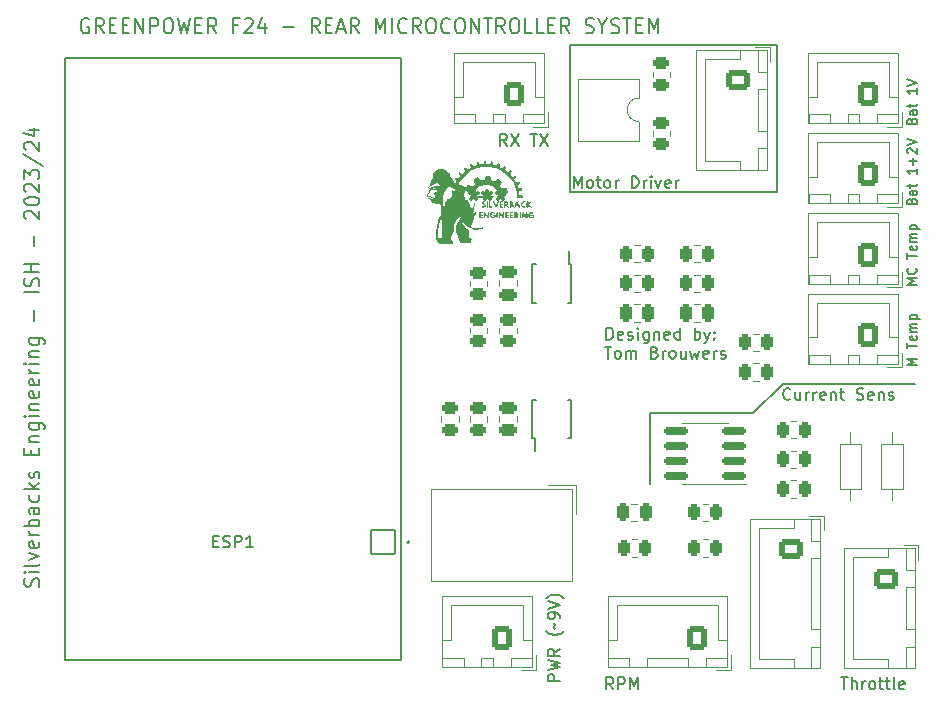
<source format=gbr>
%TF.GenerationSoftware,KiCad,Pcbnew,7.0.8*%
%TF.CreationDate,2024-02-01T15:04:04+01:00*%
%TF.ProjectId,SMD Microcontroller Schematics,534d4420-4d69-4637-926f-636f6e74726f,rev?*%
%TF.SameCoordinates,Original*%
%TF.FileFunction,Legend,Top*%
%TF.FilePolarity,Positive*%
%FSLAX46Y46*%
G04 Gerber Fmt 4.6, Leading zero omitted, Abs format (unit mm)*
G04 Created by KiCad (PCBNEW 7.0.8) date 2024-02-01 15:04:04*
%MOMM*%
%LPD*%
G01*
G04 APERTURE LIST*
G04 Aperture macros list*
%AMRoundRect*
0 Rectangle with rounded corners*
0 $1 Rounding radius*
0 $2 $3 $4 $5 $6 $7 $8 $9 X,Y pos of 4 corners*
0 Add a 4 corners polygon primitive as box body*
4,1,4,$2,$3,$4,$5,$6,$7,$8,$9,$2,$3,0*
0 Add four circle primitives for the rounded corners*
1,1,$1+$1,$2,$3*
1,1,$1+$1,$4,$5*
1,1,$1+$1,$6,$7*
1,1,$1+$1,$8,$9*
0 Add four rect primitives between the rounded corners*
20,1,$1+$1,$2,$3,$4,$5,0*
20,1,$1+$1,$4,$5,$6,$7,0*
20,1,$1+$1,$6,$7,$8,$9,0*
20,1,$1+$1,$8,$9,$2,$3,0*%
G04 Aperture macros list end*
%ADD10C,0.150000*%
%ADD11C,0.300000*%
%ADD12C,0.120000*%
%ADD13C,0.127000*%
%ADD14C,0.200000*%
%ADD15RoundRect,0.250000X0.600000X0.750000X-0.600000X0.750000X-0.600000X-0.750000X0.600000X-0.750000X0*%
%ADD16O,1.700000X2.000000*%
%ADD17RoundRect,0.150000X0.825000X0.150000X-0.825000X0.150000X-0.825000X-0.150000X0.825000X-0.150000X0*%
%ADD18RoundRect,0.250000X-0.725000X0.600000X-0.725000X-0.600000X0.725000X-0.600000X0.725000X0.600000X0*%
%ADD19O,1.950000X1.700000*%
%ADD20RoundRect,0.250000X-0.450000X0.262500X-0.450000X-0.262500X0.450000X-0.262500X0.450000X0.262500X0*%
%ADD21RoundRect,0.102000X1.000000X1.000000X-1.000000X1.000000X-1.000000X-1.000000X1.000000X-1.000000X0*%
%ADD22C,2.204000*%
%ADD23RoundRect,0.250000X0.250000X0.475000X-0.250000X0.475000X-0.250000X-0.475000X0.250000X-0.475000X0*%
%ADD24R,0.250000X1.100000*%
%ADD25RoundRect,0.250000X0.475000X-0.250000X0.475000X0.250000X-0.475000X0.250000X-0.475000X-0.250000X0*%
%ADD26RoundRect,0.250000X-0.262500X-0.450000X0.262500X-0.450000X0.262500X0.450000X-0.262500X0.450000X0*%
%ADD27RoundRect,0.250000X0.262500X0.450000X-0.262500X0.450000X-0.262500X-0.450000X0.262500X-0.450000X0*%
%ADD28RoundRect,0.250000X-0.475000X0.250000X-0.475000X-0.250000X0.475000X-0.250000X0.475000X0.250000X0*%
%ADD29R,1.500000X2.500000*%
%ADD30O,1.500000X2.500000*%
%ADD31C,1.400000*%
%ADD32O,1.400000X1.400000*%
%ADD33RoundRect,0.250000X0.450000X-0.262500X0.450000X0.262500X-0.450000X0.262500X-0.450000X-0.262500X0*%
%ADD34RoundRect,0.250000X-0.250000X-0.475000X0.250000X-0.475000X0.250000X0.475000X-0.250000X0.475000X0*%
%ADD35RoundRect,0.250000X0.600000X0.725000X-0.600000X0.725000X-0.600000X-0.725000X0.600000X-0.725000X0*%
%ADD36O,1.700000X1.950000*%
%ADD37R,1.600000X1.600000*%
%ADD38O,1.600000X1.600000*%
G04 APERTURE END LIST*
D10*
X107000000Y-59500000D02*
X95750000Y-59500000D01*
X77750000Y-30800000D02*
X95250000Y-30800000D01*
X95250000Y-43300000D01*
X77750000Y-43300000D01*
X77750000Y-30800000D01*
X84500000Y-62000000D02*
X84500000Y-68000000D01*
X95750000Y-59500000D02*
X93250000Y-62000000D01*
X93250000Y-62000000D02*
X84500000Y-62000000D01*
X37012969Y-28595009D02*
X36898684Y-28533104D01*
X36898684Y-28533104D02*
X36727255Y-28533104D01*
X36727255Y-28533104D02*
X36555826Y-28595009D01*
X36555826Y-28595009D02*
X36441541Y-28718819D01*
X36441541Y-28718819D02*
X36384398Y-28842628D01*
X36384398Y-28842628D02*
X36327255Y-29090247D01*
X36327255Y-29090247D02*
X36327255Y-29275961D01*
X36327255Y-29275961D02*
X36384398Y-29523580D01*
X36384398Y-29523580D02*
X36441541Y-29647390D01*
X36441541Y-29647390D02*
X36555826Y-29771200D01*
X36555826Y-29771200D02*
X36727255Y-29833104D01*
X36727255Y-29833104D02*
X36841541Y-29833104D01*
X36841541Y-29833104D02*
X37012969Y-29771200D01*
X37012969Y-29771200D02*
X37070112Y-29709295D01*
X37070112Y-29709295D02*
X37070112Y-29275961D01*
X37070112Y-29275961D02*
X36841541Y-29275961D01*
X38270112Y-29833104D02*
X37870112Y-29214057D01*
X37584398Y-29833104D02*
X37584398Y-28533104D01*
X37584398Y-28533104D02*
X38041541Y-28533104D01*
X38041541Y-28533104D02*
X38155826Y-28595009D01*
X38155826Y-28595009D02*
X38212969Y-28656914D01*
X38212969Y-28656914D02*
X38270112Y-28780723D01*
X38270112Y-28780723D02*
X38270112Y-28966438D01*
X38270112Y-28966438D02*
X38212969Y-29090247D01*
X38212969Y-29090247D02*
X38155826Y-29152152D01*
X38155826Y-29152152D02*
X38041541Y-29214057D01*
X38041541Y-29214057D02*
X37584398Y-29214057D01*
X38784398Y-29152152D02*
X39184398Y-29152152D01*
X39355826Y-29833104D02*
X38784398Y-29833104D01*
X38784398Y-29833104D02*
X38784398Y-28533104D01*
X38784398Y-28533104D02*
X39355826Y-28533104D01*
X39870112Y-29152152D02*
X40270112Y-29152152D01*
X40441540Y-29833104D02*
X39870112Y-29833104D01*
X39870112Y-29833104D02*
X39870112Y-28533104D01*
X39870112Y-28533104D02*
X40441540Y-28533104D01*
X40955826Y-29833104D02*
X40955826Y-28533104D01*
X40955826Y-28533104D02*
X41641540Y-29833104D01*
X41641540Y-29833104D02*
X41641540Y-28533104D01*
X42212969Y-29833104D02*
X42212969Y-28533104D01*
X42212969Y-28533104D02*
X42670112Y-28533104D01*
X42670112Y-28533104D02*
X42784397Y-28595009D01*
X42784397Y-28595009D02*
X42841540Y-28656914D01*
X42841540Y-28656914D02*
X42898683Y-28780723D01*
X42898683Y-28780723D02*
X42898683Y-28966438D01*
X42898683Y-28966438D02*
X42841540Y-29090247D01*
X42841540Y-29090247D02*
X42784397Y-29152152D01*
X42784397Y-29152152D02*
X42670112Y-29214057D01*
X42670112Y-29214057D02*
X42212969Y-29214057D01*
X43641540Y-28533104D02*
X43870112Y-28533104D01*
X43870112Y-28533104D02*
X43984397Y-28595009D01*
X43984397Y-28595009D02*
X44098683Y-28718819D01*
X44098683Y-28718819D02*
X44155826Y-28966438D01*
X44155826Y-28966438D02*
X44155826Y-29399771D01*
X44155826Y-29399771D02*
X44098683Y-29647390D01*
X44098683Y-29647390D02*
X43984397Y-29771200D01*
X43984397Y-29771200D02*
X43870112Y-29833104D01*
X43870112Y-29833104D02*
X43641540Y-29833104D01*
X43641540Y-29833104D02*
X43527255Y-29771200D01*
X43527255Y-29771200D02*
X43412969Y-29647390D01*
X43412969Y-29647390D02*
X43355826Y-29399771D01*
X43355826Y-29399771D02*
X43355826Y-28966438D01*
X43355826Y-28966438D02*
X43412969Y-28718819D01*
X43412969Y-28718819D02*
X43527255Y-28595009D01*
X43527255Y-28595009D02*
X43641540Y-28533104D01*
X44555826Y-28533104D02*
X44841540Y-29833104D01*
X44841540Y-29833104D02*
X45070112Y-28904533D01*
X45070112Y-28904533D02*
X45298683Y-29833104D01*
X45298683Y-29833104D02*
X45584398Y-28533104D01*
X46041541Y-29152152D02*
X46441541Y-29152152D01*
X46612969Y-29833104D02*
X46041541Y-29833104D01*
X46041541Y-29833104D02*
X46041541Y-28533104D01*
X46041541Y-28533104D02*
X46612969Y-28533104D01*
X47812969Y-29833104D02*
X47412969Y-29214057D01*
X47127255Y-29833104D02*
X47127255Y-28533104D01*
X47127255Y-28533104D02*
X47584398Y-28533104D01*
X47584398Y-28533104D02*
X47698683Y-28595009D01*
X47698683Y-28595009D02*
X47755826Y-28656914D01*
X47755826Y-28656914D02*
X47812969Y-28780723D01*
X47812969Y-28780723D02*
X47812969Y-28966438D01*
X47812969Y-28966438D02*
X47755826Y-29090247D01*
X47755826Y-29090247D02*
X47698683Y-29152152D01*
X47698683Y-29152152D02*
X47584398Y-29214057D01*
X47584398Y-29214057D02*
X47127255Y-29214057D01*
X49641541Y-29152152D02*
X49241541Y-29152152D01*
X49241541Y-29833104D02*
X49241541Y-28533104D01*
X49241541Y-28533104D02*
X49812969Y-28533104D01*
X50212969Y-28656914D02*
X50270112Y-28595009D01*
X50270112Y-28595009D02*
X50384398Y-28533104D01*
X50384398Y-28533104D02*
X50670112Y-28533104D01*
X50670112Y-28533104D02*
X50784398Y-28595009D01*
X50784398Y-28595009D02*
X50841540Y-28656914D01*
X50841540Y-28656914D02*
X50898683Y-28780723D01*
X50898683Y-28780723D02*
X50898683Y-28904533D01*
X50898683Y-28904533D02*
X50841540Y-29090247D01*
X50841540Y-29090247D02*
X50155826Y-29833104D01*
X50155826Y-29833104D02*
X50898683Y-29833104D01*
X51927255Y-28966438D02*
X51927255Y-29833104D01*
X51641540Y-28471200D02*
X51355826Y-29399771D01*
X51355826Y-29399771D02*
X52098683Y-29399771D01*
X53470112Y-29337866D02*
X54384398Y-29337866D01*
X56555826Y-29833104D02*
X56155826Y-29214057D01*
X55870112Y-29833104D02*
X55870112Y-28533104D01*
X55870112Y-28533104D02*
X56327255Y-28533104D01*
X56327255Y-28533104D02*
X56441540Y-28595009D01*
X56441540Y-28595009D02*
X56498683Y-28656914D01*
X56498683Y-28656914D02*
X56555826Y-28780723D01*
X56555826Y-28780723D02*
X56555826Y-28966438D01*
X56555826Y-28966438D02*
X56498683Y-29090247D01*
X56498683Y-29090247D02*
X56441540Y-29152152D01*
X56441540Y-29152152D02*
X56327255Y-29214057D01*
X56327255Y-29214057D02*
X55870112Y-29214057D01*
X57070112Y-29152152D02*
X57470112Y-29152152D01*
X57641540Y-29833104D02*
X57070112Y-29833104D01*
X57070112Y-29833104D02*
X57070112Y-28533104D01*
X57070112Y-28533104D02*
X57641540Y-28533104D01*
X58098683Y-29461676D02*
X58670112Y-29461676D01*
X57984397Y-29833104D02*
X58384397Y-28533104D01*
X58384397Y-28533104D02*
X58784397Y-29833104D01*
X59870111Y-29833104D02*
X59470111Y-29214057D01*
X59184397Y-29833104D02*
X59184397Y-28533104D01*
X59184397Y-28533104D02*
X59641540Y-28533104D01*
X59641540Y-28533104D02*
X59755825Y-28595009D01*
X59755825Y-28595009D02*
X59812968Y-28656914D01*
X59812968Y-28656914D02*
X59870111Y-28780723D01*
X59870111Y-28780723D02*
X59870111Y-28966438D01*
X59870111Y-28966438D02*
X59812968Y-29090247D01*
X59812968Y-29090247D02*
X59755825Y-29152152D01*
X59755825Y-29152152D02*
X59641540Y-29214057D01*
X59641540Y-29214057D02*
X59184397Y-29214057D01*
X61298683Y-29833104D02*
X61298683Y-28533104D01*
X61298683Y-28533104D02*
X61698683Y-29461676D01*
X61698683Y-29461676D02*
X62098683Y-28533104D01*
X62098683Y-28533104D02*
X62098683Y-29833104D01*
X62670112Y-29833104D02*
X62670112Y-28533104D01*
X63927255Y-29709295D02*
X63870112Y-29771200D01*
X63870112Y-29771200D02*
X63698684Y-29833104D01*
X63698684Y-29833104D02*
X63584398Y-29833104D01*
X63584398Y-29833104D02*
X63412969Y-29771200D01*
X63412969Y-29771200D02*
X63298684Y-29647390D01*
X63298684Y-29647390D02*
X63241541Y-29523580D01*
X63241541Y-29523580D02*
X63184398Y-29275961D01*
X63184398Y-29275961D02*
X63184398Y-29090247D01*
X63184398Y-29090247D02*
X63241541Y-28842628D01*
X63241541Y-28842628D02*
X63298684Y-28718819D01*
X63298684Y-28718819D02*
X63412969Y-28595009D01*
X63412969Y-28595009D02*
X63584398Y-28533104D01*
X63584398Y-28533104D02*
X63698684Y-28533104D01*
X63698684Y-28533104D02*
X63870112Y-28595009D01*
X63870112Y-28595009D02*
X63927255Y-28656914D01*
X65127255Y-29833104D02*
X64727255Y-29214057D01*
X64441541Y-29833104D02*
X64441541Y-28533104D01*
X64441541Y-28533104D02*
X64898684Y-28533104D01*
X64898684Y-28533104D02*
X65012969Y-28595009D01*
X65012969Y-28595009D02*
X65070112Y-28656914D01*
X65070112Y-28656914D02*
X65127255Y-28780723D01*
X65127255Y-28780723D02*
X65127255Y-28966438D01*
X65127255Y-28966438D02*
X65070112Y-29090247D01*
X65070112Y-29090247D02*
X65012969Y-29152152D01*
X65012969Y-29152152D02*
X64898684Y-29214057D01*
X64898684Y-29214057D02*
X64441541Y-29214057D01*
X65870112Y-28533104D02*
X66098684Y-28533104D01*
X66098684Y-28533104D02*
X66212969Y-28595009D01*
X66212969Y-28595009D02*
X66327255Y-28718819D01*
X66327255Y-28718819D02*
X66384398Y-28966438D01*
X66384398Y-28966438D02*
X66384398Y-29399771D01*
X66384398Y-29399771D02*
X66327255Y-29647390D01*
X66327255Y-29647390D02*
X66212969Y-29771200D01*
X66212969Y-29771200D02*
X66098684Y-29833104D01*
X66098684Y-29833104D02*
X65870112Y-29833104D01*
X65870112Y-29833104D02*
X65755827Y-29771200D01*
X65755827Y-29771200D02*
X65641541Y-29647390D01*
X65641541Y-29647390D02*
X65584398Y-29399771D01*
X65584398Y-29399771D02*
X65584398Y-28966438D01*
X65584398Y-28966438D02*
X65641541Y-28718819D01*
X65641541Y-28718819D02*
X65755827Y-28595009D01*
X65755827Y-28595009D02*
X65870112Y-28533104D01*
X67584398Y-29709295D02*
X67527255Y-29771200D01*
X67527255Y-29771200D02*
X67355827Y-29833104D01*
X67355827Y-29833104D02*
X67241541Y-29833104D01*
X67241541Y-29833104D02*
X67070112Y-29771200D01*
X67070112Y-29771200D02*
X66955827Y-29647390D01*
X66955827Y-29647390D02*
X66898684Y-29523580D01*
X66898684Y-29523580D02*
X66841541Y-29275961D01*
X66841541Y-29275961D02*
X66841541Y-29090247D01*
X66841541Y-29090247D02*
X66898684Y-28842628D01*
X66898684Y-28842628D02*
X66955827Y-28718819D01*
X66955827Y-28718819D02*
X67070112Y-28595009D01*
X67070112Y-28595009D02*
X67241541Y-28533104D01*
X67241541Y-28533104D02*
X67355827Y-28533104D01*
X67355827Y-28533104D02*
X67527255Y-28595009D01*
X67527255Y-28595009D02*
X67584398Y-28656914D01*
X68327255Y-28533104D02*
X68555827Y-28533104D01*
X68555827Y-28533104D02*
X68670112Y-28595009D01*
X68670112Y-28595009D02*
X68784398Y-28718819D01*
X68784398Y-28718819D02*
X68841541Y-28966438D01*
X68841541Y-28966438D02*
X68841541Y-29399771D01*
X68841541Y-29399771D02*
X68784398Y-29647390D01*
X68784398Y-29647390D02*
X68670112Y-29771200D01*
X68670112Y-29771200D02*
X68555827Y-29833104D01*
X68555827Y-29833104D02*
X68327255Y-29833104D01*
X68327255Y-29833104D02*
X68212970Y-29771200D01*
X68212970Y-29771200D02*
X68098684Y-29647390D01*
X68098684Y-29647390D02*
X68041541Y-29399771D01*
X68041541Y-29399771D02*
X68041541Y-28966438D01*
X68041541Y-28966438D02*
X68098684Y-28718819D01*
X68098684Y-28718819D02*
X68212970Y-28595009D01*
X68212970Y-28595009D02*
X68327255Y-28533104D01*
X69355827Y-29833104D02*
X69355827Y-28533104D01*
X69355827Y-28533104D02*
X70041541Y-29833104D01*
X70041541Y-29833104D02*
X70041541Y-28533104D01*
X70441541Y-28533104D02*
X71127256Y-28533104D01*
X70784398Y-29833104D02*
X70784398Y-28533104D01*
X72212970Y-29833104D02*
X71812970Y-29214057D01*
X71527256Y-29833104D02*
X71527256Y-28533104D01*
X71527256Y-28533104D02*
X71984399Y-28533104D01*
X71984399Y-28533104D02*
X72098684Y-28595009D01*
X72098684Y-28595009D02*
X72155827Y-28656914D01*
X72155827Y-28656914D02*
X72212970Y-28780723D01*
X72212970Y-28780723D02*
X72212970Y-28966438D01*
X72212970Y-28966438D02*
X72155827Y-29090247D01*
X72155827Y-29090247D02*
X72098684Y-29152152D01*
X72098684Y-29152152D02*
X71984399Y-29214057D01*
X71984399Y-29214057D02*
X71527256Y-29214057D01*
X72955827Y-28533104D02*
X73184399Y-28533104D01*
X73184399Y-28533104D02*
X73298684Y-28595009D01*
X73298684Y-28595009D02*
X73412970Y-28718819D01*
X73412970Y-28718819D02*
X73470113Y-28966438D01*
X73470113Y-28966438D02*
X73470113Y-29399771D01*
X73470113Y-29399771D02*
X73412970Y-29647390D01*
X73412970Y-29647390D02*
X73298684Y-29771200D01*
X73298684Y-29771200D02*
X73184399Y-29833104D01*
X73184399Y-29833104D02*
X72955827Y-29833104D01*
X72955827Y-29833104D02*
X72841542Y-29771200D01*
X72841542Y-29771200D02*
X72727256Y-29647390D01*
X72727256Y-29647390D02*
X72670113Y-29399771D01*
X72670113Y-29399771D02*
X72670113Y-28966438D01*
X72670113Y-28966438D02*
X72727256Y-28718819D01*
X72727256Y-28718819D02*
X72841542Y-28595009D01*
X72841542Y-28595009D02*
X72955827Y-28533104D01*
X74555827Y-29833104D02*
X73984399Y-29833104D01*
X73984399Y-29833104D02*
X73984399Y-28533104D01*
X75527256Y-29833104D02*
X74955828Y-29833104D01*
X74955828Y-29833104D02*
X74955828Y-28533104D01*
X75927257Y-29152152D02*
X76327257Y-29152152D01*
X76498685Y-29833104D02*
X75927257Y-29833104D01*
X75927257Y-29833104D02*
X75927257Y-28533104D01*
X75927257Y-28533104D02*
X76498685Y-28533104D01*
X77698685Y-29833104D02*
X77298685Y-29214057D01*
X77012971Y-29833104D02*
X77012971Y-28533104D01*
X77012971Y-28533104D02*
X77470114Y-28533104D01*
X77470114Y-28533104D02*
X77584399Y-28595009D01*
X77584399Y-28595009D02*
X77641542Y-28656914D01*
X77641542Y-28656914D02*
X77698685Y-28780723D01*
X77698685Y-28780723D02*
X77698685Y-28966438D01*
X77698685Y-28966438D02*
X77641542Y-29090247D01*
X77641542Y-29090247D02*
X77584399Y-29152152D01*
X77584399Y-29152152D02*
X77470114Y-29214057D01*
X77470114Y-29214057D02*
X77012971Y-29214057D01*
X79070114Y-29771200D02*
X79241543Y-29833104D01*
X79241543Y-29833104D02*
X79527257Y-29833104D01*
X79527257Y-29833104D02*
X79641543Y-29771200D01*
X79641543Y-29771200D02*
X79698685Y-29709295D01*
X79698685Y-29709295D02*
X79755828Y-29585485D01*
X79755828Y-29585485D02*
X79755828Y-29461676D01*
X79755828Y-29461676D02*
X79698685Y-29337866D01*
X79698685Y-29337866D02*
X79641543Y-29275961D01*
X79641543Y-29275961D02*
X79527257Y-29214057D01*
X79527257Y-29214057D02*
X79298685Y-29152152D01*
X79298685Y-29152152D02*
X79184400Y-29090247D01*
X79184400Y-29090247D02*
X79127257Y-29028342D01*
X79127257Y-29028342D02*
X79070114Y-28904533D01*
X79070114Y-28904533D02*
X79070114Y-28780723D01*
X79070114Y-28780723D02*
X79127257Y-28656914D01*
X79127257Y-28656914D02*
X79184400Y-28595009D01*
X79184400Y-28595009D02*
X79298685Y-28533104D01*
X79298685Y-28533104D02*
X79584400Y-28533104D01*
X79584400Y-28533104D02*
X79755828Y-28595009D01*
X80498685Y-29214057D02*
X80498685Y-29833104D01*
X80098685Y-28533104D02*
X80498685Y-29214057D01*
X80498685Y-29214057D02*
X80898685Y-28533104D01*
X81241542Y-29771200D02*
X81412971Y-29833104D01*
X81412971Y-29833104D02*
X81698685Y-29833104D01*
X81698685Y-29833104D02*
X81812971Y-29771200D01*
X81812971Y-29771200D02*
X81870113Y-29709295D01*
X81870113Y-29709295D02*
X81927256Y-29585485D01*
X81927256Y-29585485D02*
X81927256Y-29461676D01*
X81927256Y-29461676D02*
X81870113Y-29337866D01*
X81870113Y-29337866D02*
X81812971Y-29275961D01*
X81812971Y-29275961D02*
X81698685Y-29214057D01*
X81698685Y-29214057D02*
X81470113Y-29152152D01*
X81470113Y-29152152D02*
X81355828Y-29090247D01*
X81355828Y-29090247D02*
X81298685Y-29028342D01*
X81298685Y-29028342D02*
X81241542Y-28904533D01*
X81241542Y-28904533D02*
X81241542Y-28780723D01*
X81241542Y-28780723D02*
X81298685Y-28656914D01*
X81298685Y-28656914D02*
X81355828Y-28595009D01*
X81355828Y-28595009D02*
X81470113Y-28533104D01*
X81470113Y-28533104D02*
X81755828Y-28533104D01*
X81755828Y-28533104D02*
X81927256Y-28595009D01*
X82270113Y-28533104D02*
X82955828Y-28533104D01*
X82612970Y-29833104D02*
X82612970Y-28533104D01*
X83355828Y-29152152D02*
X83755828Y-29152152D01*
X83927256Y-29833104D02*
X83355828Y-29833104D01*
X83355828Y-29833104D02*
X83355828Y-28533104D01*
X83355828Y-28533104D02*
X83927256Y-28533104D01*
X84441542Y-29833104D02*
X84441542Y-28533104D01*
X84441542Y-28533104D02*
X84841542Y-29461676D01*
X84841542Y-29461676D02*
X85241542Y-28533104D01*
X85241542Y-28533104D02*
X85241542Y-29833104D01*
X76869819Y-84663220D02*
X75869819Y-84663220D01*
X75869819Y-84663220D02*
X75869819Y-84282268D01*
X75869819Y-84282268D02*
X75917438Y-84187030D01*
X75917438Y-84187030D02*
X75965057Y-84139411D01*
X75965057Y-84139411D02*
X76060295Y-84091792D01*
X76060295Y-84091792D02*
X76203152Y-84091792D01*
X76203152Y-84091792D02*
X76298390Y-84139411D01*
X76298390Y-84139411D02*
X76346009Y-84187030D01*
X76346009Y-84187030D02*
X76393628Y-84282268D01*
X76393628Y-84282268D02*
X76393628Y-84663220D01*
X75869819Y-83758458D02*
X76869819Y-83520363D01*
X76869819Y-83520363D02*
X76155533Y-83329887D01*
X76155533Y-83329887D02*
X76869819Y-83139411D01*
X76869819Y-83139411D02*
X75869819Y-82901316D01*
X76869819Y-81948935D02*
X76393628Y-82282268D01*
X76869819Y-82520363D02*
X75869819Y-82520363D01*
X75869819Y-82520363D02*
X75869819Y-82139411D01*
X75869819Y-82139411D02*
X75917438Y-82044173D01*
X75917438Y-82044173D02*
X75965057Y-81996554D01*
X75965057Y-81996554D02*
X76060295Y-81948935D01*
X76060295Y-81948935D02*
X76203152Y-81948935D01*
X76203152Y-81948935D02*
X76298390Y-81996554D01*
X76298390Y-81996554D02*
X76346009Y-82044173D01*
X76346009Y-82044173D02*
X76393628Y-82139411D01*
X76393628Y-82139411D02*
X76393628Y-82520363D01*
X77250771Y-80472744D02*
X77203152Y-80520363D01*
X77203152Y-80520363D02*
X77060295Y-80615601D01*
X77060295Y-80615601D02*
X76965057Y-80663220D01*
X76965057Y-80663220D02*
X76822200Y-80710839D01*
X76822200Y-80710839D02*
X76584104Y-80758458D01*
X76584104Y-80758458D02*
X76393628Y-80758458D01*
X76393628Y-80758458D02*
X76155533Y-80710839D01*
X76155533Y-80710839D02*
X76012676Y-80663220D01*
X76012676Y-80663220D02*
X75917438Y-80615601D01*
X75917438Y-80615601D02*
X75774580Y-80520363D01*
X75774580Y-80520363D02*
X75726961Y-80472744D01*
X76488866Y-80234648D02*
X76441247Y-80187029D01*
X76441247Y-80187029D02*
X76393628Y-80091791D01*
X76393628Y-80091791D02*
X76488866Y-79901315D01*
X76488866Y-79901315D02*
X76441247Y-79806077D01*
X76441247Y-79806077D02*
X76393628Y-79758458D01*
X76869819Y-79329886D02*
X76869819Y-79139410D01*
X76869819Y-79139410D02*
X76822200Y-79044172D01*
X76822200Y-79044172D02*
X76774580Y-78996553D01*
X76774580Y-78996553D02*
X76631723Y-78901315D01*
X76631723Y-78901315D02*
X76441247Y-78853696D01*
X76441247Y-78853696D02*
X76060295Y-78853696D01*
X76060295Y-78853696D02*
X75965057Y-78901315D01*
X75965057Y-78901315D02*
X75917438Y-78948934D01*
X75917438Y-78948934D02*
X75869819Y-79044172D01*
X75869819Y-79044172D02*
X75869819Y-79234648D01*
X75869819Y-79234648D02*
X75917438Y-79329886D01*
X75917438Y-79329886D02*
X75965057Y-79377505D01*
X75965057Y-79377505D02*
X76060295Y-79425124D01*
X76060295Y-79425124D02*
X76298390Y-79425124D01*
X76298390Y-79425124D02*
X76393628Y-79377505D01*
X76393628Y-79377505D02*
X76441247Y-79329886D01*
X76441247Y-79329886D02*
X76488866Y-79234648D01*
X76488866Y-79234648D02*
X76488866Y-79044172D01*
X76488866Y-79044172D02*
X76441247Y-78948934D01*
X76441247Y-78948934D02*
X76393628Y-78901315D01*
X76393628Y-78901315D02*
X76298390Y-78853696D01*
X75869819Y-78567981D02*
X76869819Y-78234648D01*
X76869819Y-78234648D02*
X75869819Y-77901315D01*
X77250771Y-77663219D02*
X77203152Y-77615600D01*
X77203152Y-77615600D02*
X77060295Y-77520362D01*
X77060295Y-77520362D02*
X76965057Y-77472743D01*
X76965057Y-77472743D02*
X76822200Y-77425124D01*
X76822200Y-77425124D02*
X76584104Y-77377505D01*
X76584104Y-77377505D02*
X76393628Y-77377505D01*
X76393628Y-77377505D02*
X76155533Y-77425124D01*
X76155533Y-77425124D02*
X76012676Y-77472743D01*
X76012676Y-77472743D02*
X75917438Y-77520362D01*
X75917438Y-77520362D02*
X75774580Y-77615600D01*
X75774580Y-77615600D02*
X75726961Y-77663219D01*
X72408207Y-39369819D02*
X72074874Y-38893628D01*
X71836779Y-39369819D02*
X71836779Y-38369819D01*
X71836779Y-38369819D02*
X72217731Y-38369819D01*
X72217731Y-38369819D02*
X72312969Y-38417438D01*
X72312969Y-38417438D02*
X72360588Y-38465057D01*
X72360588Y-38465057D02*
X72408207Y-38560295D01*
X72408207Y-38560295D02*
X72408207Y-38703152D01*
X72408207Y-38703152D02*
X72360588Y-38798390D01*
X72360588Y-38798390D02*
X72312969Y-38846009D01*
X72312969Y-38846009D02*
X72217731Y-38893628D01*
X72217731Y-38893628D02*
X71836779Y-38893628D01*
X72741541Y-38369819D02*
X73408207Y-39369819D01*
X73408207Y-38369819D02*
X72741541Y-39369819D01*
X74408208Y-38369819D02*
X74979636Y-38369819D01*
X74693922Y-39369819D02*
X74693922Y-38369819D01*
X75217732Y-38369819D02*
X75884398Y-39369819D01*
X75884398Y-38369819D02*
X75217732Y-39369819D01*
X78086779Y-42919819D02*
X78086779Y-41919819D01*
X78086779Y-41919819D02*
X78420112Y-42634104D01*
X78420112Y-42634104D02*
X78753445Y-41919819D01*
X78753445Y-41919819D02*
X78753445Y-42919819D01*
X79372493Y-42919819D02*
X79277255Y-42872200D01*
X79277255Y-42872200D02*
X79229636Y-42824580D01*
X79229636Y-42824580D02*
X79182017Y-42729342D01*
X79182017Y-42729342D02*
X79182017Y-42443628D01*
X79182017Y-42443628D02*
X79229636Y-42348390D01*
X79229636Y-42348390D02*
X79277255Y-42300771D01*
X79277255Y-42300771D02*
X79372493Y-42253152D01*
X79372493Y-42253152D02*
X79515350Y-42253152D01*
X79515350Y-42253152D02*
X79610588Y-42300771D01*
X79610588Y-42300771D02*
X79658207Y-42348390D01*
X79658207Y-42348390D02*
X79705826Y-42443628D01*
X79705826Y-42443628D02*
X79705826Y-42729342D01*
X79705826Y-42729342D02*
X79658207Y-42824580D01*
X79658207Y-42824580D02*
X79610588Y-42872200D01*
X79610588Y-42872200D02*
X79515350Y-42919819D01*
X79515350Y-42919819D02*
X79372493Y-42919819D01*
X79991541Y-42253152D02*
X80372493Y-42253152D01*
X80134398Y-41919819D02*
X80134398Y-42776961D01*
X80134398Y-42776961D02*
X80182017Y-42872200D01*
X80182017Y-42872200D02*
X80277255Y-42919819D01*
X80277255Y-42919819D02*
X80372493Y-42919819D01*
X80848684Y-42919819D02*
X80753446Y-42872200D01*
X80753446Y-42872200D02*
X80705827Y-42824580D01*
X80705827Y-42824580D02*
X80658208Y-42729342D01*
X80658208Y-42729342D02*
X80658208Y-42443628D01*
X80658208Y-42443628D02*
X80705827Y-42348390D01*
X80705827Y-42348390D02*
X80753446Y-42300771D01*
X80753446Y-42300771D02*
X80848684Y-42253152D01*
X80848684Y-42253152D02*
X80991541Y-42253152D01*
X80991541Y-42253152D02*
X81086779Y-42300771D01*
X81086779Y-42300771D02*
X81134398Y-42348390D01*
X81134398Y-42348390D02*
X81182017Y-42443628D01*
X81182017Y-42443628D02*
X81182017Y-42729342D01*
X81182017Y-42729342D02*
X81134398Y-42824580D01*
X81134398Y-42824580D02*
X81086779Y-42872200D01*
X81086779Y-42872200D02*
X80991541Y-42919819D01*
X80991541Y-42919819D02*
X80848684Y-42919819D01*
X81610589Y-42919819D02*
X81610589Y-42253152D01*
X81610589Y-42443628D02*
X81658208Y-42348390D01*
X81658208Y-42348390D02*
X81705827Y-42300771D01*
X81705827Y-42300771D02*
X81801065Y-42253152D01*
X81801065Y-42253152D02*
X81896303Y-42253152D01*
X82991542Y-42919819D02*
X82991542Y-41919819D01*
X82991542Y-41919819D02*
X83229637Y-41919819D01*
X83229637Y-41919819D02*
X83372494Y-41967438D01*
X83372494Y-41967438D02*
X83467732Y-42062676D01*
X83467732Y-42062676D02*
X83515351Y-42157914D01*
X83515351Y-42157914D02*
X83562970Y-42348390D01*
X83562970Y-42348390D02*
X83562970Y-42491247D01*
X83562970Y-42491247D02*
X83515351Y-42681723D01*
X83515351Y-42681723D02*
X83467732Y-42776961D01*
X83467732Y-42776961D02*
X83372494Y-42872200D01*
X83372494Y-42872200D02*
X83229637Y-42919819D01*
X83229637Y-42919819D02*
X82991542Y-42919819D01*
X83991542Y-42919819D02*
X83991542Y-42253152D01*
X83991542Y-42443628D02*
X84039161Y-42348390D01*
X84039161Y-42348390D02*
X84086780Y-42300771D01*
X84086780Y-42300771D02*
X84182018Y-42253152D01*
X84182018Y-42253152D02*
X84277256Y-42253152D01*
X84610590Y-42919819D02*
X84610590Y-42253152D01*
X84610590Y-41919819D02*
X84562971Y-41967438D01*
X84562971Y-41967438D02*
X84610590Y-42015057D01*
X84610590Y-42015057D02*
X84658209Y-41967438D01*
X84658209Y-41967438D02*
X84610590Y-41919819D01*
X84610590Y-41919819D02*
X84610590Y-42015057D01*
X84991542Y-42253152D02*
X85229637Y-42919819D01*
X85229637Y-42919819D02*
X85467732Y-42253152D01*
X86229637Y-42872200D02*
X86134399Y-42919819D01*
X86134399Y-42919819D02*
X85943923Y-42919819D01*
X85943923Y-42919819D02*
X85848685Y-42872200D01*
X85848685Y-42872200D02*
X85801066Y-42776961D01*
X85801066Y-42776961D02*
X85801066Y-42396009D01*
X85801066Y-42396009D02*
X85848685Y-42300771D01*
X85848685Y-42300771D02*
X85943923Y-42253152D01*
X85943923Y-42253152D02*
X86134399Y-42253152D01*
X86134399Y-42253152D02*
X86229637Y-42300771D01*
X86229637Y-42300771D02*
X86277256Y-42396009D01*
X86277256Y-42396009D02*
X86277256Y-42491247D01*
X86277256Y-42491247D02*
X85801066Y-42586485D01*
X86705828Y-42919819D02*
X86705828Y-42253152D01*
X86705828Y-42443628D02*
X86753447Y-42348390D01*
X86753447Y-42348390D02*
X86801066Y-42300771D01*
X86801066Y-42300771D02*
X86896304Y-42253152D01*
X86896304Y-42253152D02*
X86991542Y-42253152D01*
X106675247Y-37244173D02*
X106713342Y-37129887D01*
X106713342Y-37129887D02*
X106751438Y-37091792D01*
X106751438Y-37091792D02*
X106827628Y-37053696D01*
X106827628Y-37053696D02*
X106941914Y-37053696D01*
X106941914Y-37053696D02*
X107018104Y-37091792D01*
X107018104Y-37091792D02*
X107056200Y-37129887D01*
X107056200Y-37129887D02*
X107094295Y-37206077D01*
X107094295Y-37206077D02*
X107094295Y-37510839D01*
X107094295Y-37510839D02*
X106294295Y-37510839D01*
X106294295Y-37510839D02*
X106294295Y-37244173D01*
X106294295Y-37244173D02*
X106332390Y-37167982D01*
X106332390Y-37167982D02*
X106370485Y-37129887D01*
X106370485Y-37129887D02*
X106446676Y-37091792D01*
X106446676Y-37091792D02*
X106522866Y-37091792D01*
X106522866Y-37091792D02*
X106599057Y-37129887D01*
X106599057Y-37129887D02*
X106637152Y-37167982D01*
X106637152Y-37167982D02*
X106675247Y-37244173D01*
X106675247Y-37244173D02*
X106675247Y-37510839D01*
X107094295Y-36367982D02*
X106675247Y-36367982D01*
X106675247Y-36367982D02*
X106599057Y-36406077D01*
X106599057Y-36406077D02*
X106560961Y-36482268D01*
X106560961Y-36482268D02*
X106560961Y-36634649D01*
X106560961Y-36634649D02*
X106599057Y-36710839D01*
X107056200Y-36367982D02*
X107094295Y-36444173D01*
X107094295Y-36444173D02*
X107094295Y-36634649D01*
X107094295Y-36634649D02*
X107056200Y-36710839D01*
X107056200Y-36710839D02*
X106980009Y-36748935D01*
X106980009Y-36748935D02*
X106903819Y-36748935D01*
X106903819Y-36748935D02*
X106827628Y-36710839D01*
X106827628Y-36710839D02*
X106789533Y-36634649D01*
X106789533Y-36634649D02*
X106789533Y-36444173D01*
X106789533Y-36444173D02*
X106751438Y-36367982D01*
X106560961Y-36101315D02*
X106560961Y-35796553D01*
X106294295Y-35987029D02*
X106980009Y-35987029D01*
X106980009Y-35987029D02*
X107056200Y-35948934D01*
X107056200Y-35948934D02*
X107094295Y-35872744D01*
X107094295Y-35872744D02*
X107094295Y-35796553D01*
X107094295Y-34501315D02*
X107094295Y-34958458D01*
X107094295Y-34729886D02*
X106294295Y-34729886D01*
X106294295Y-34729886D02*
X106408580Y-34806077D01*
X106408580Y-34806077D02*
X106484771Y-34882267D01*
X106484771Y-34882267D02*
X106522866Y-34958458D01*
X106294295Y-34272743D02*
X107094295Y-34006076D01*
X107094295Y-34006076D02*
X106294295Y-33739410D01*
X106675247Y-44044173D02*
X106713342Y-43929887D01*
X106713342Y-43929887D02*
X106751438Y-43891792D01*
X106751438Y-43891792D02*
X106827628Y-43853696D01*
X106827628Y-43853696D02*
X106941914Y-43853696D01*
X106941914Y-43853696D02*
X107018104Y-43891792D01*
X107018104Y-43891792D02*
X107056200Y-43929887D01*
X107056200Y-43929887D02*
X107094295Y-44006077D01*
X107094295Y-44006077D02*
X107094295Y-44310839D01*
X107094295Y-44310839D02*
X106294295Y-44310839D01*
X106294295Y-44310839D02*
X106294295Y-44044173D01*
X106294295Y-44044173D02*
X106332390Y-43967982D01*
X106332390Y-43967982D02*
X106370485Y-43929887D01*
X106370485Y-43929887D02*
X106446676Y-43891792D01*
X106446676Y-43891792D02*
X106522866Y-43891792D01*
X106522866Y-43891792D02*
X106599057Y-43929887D01*
X106599057Y-43929887D02*
X106637152Y-43967982D01*
X106637152Y-43967982D02*
X106675247Y-44044173D01*
X106675247Y-44044173D02*
X106675247Y-44310839D01*
X107094295Y-43167982D02*
X106675247Y-43167982D01*
X106675247Y-43167982D02*
X106599057Y-43206077D01*
X106599057Y-43206077D02*
X106560961Y-43282268D01*
X106560961Y-43282268D02*
X106560961Y-43434649D01*
X106560961Y-43434649D02*
X106599057Y-43510839D01*
X107056200Y-43167982D02*
X107094295Y-43244173D01*
X107094295Y-43244173D02*
X107094295Y-43434649D01*
X107094295Y-43434649D02*
X107056200Y-43510839D01*
X107056200Y-43510839D02*
X106980009Y-43548935D01*
X106980009Y-43548935D02*
X106903819Y-43548935D01*
X106903819Y-43548935D02*
X106827628Y-43510839D01*
X106827628Y-43510839D02*
X106789533Y-43434649D01*
X106789533Y-43434649D02*
X106789533Y-43244173D01*
X106789533Y-43244173D02*
X106751438Y-43167982D01*
X106560961Y-42901315D02*
X106560961Y-42596553D01*
X106294295Y-42787029D02*
X106980009Y-42787029D01*
X106980009Y-42787029D02*
X107056200Y-42748934D01*
X107056200Y-42748934D02*
X107094295Y-42672744D01*
X107094295Y-42672744D02*
X107094295Y-42596553D01*
X107094295Y-41301315D02*
X107094295Y-41758458D01*
X107094295Y-41529886D02*
X106294295Y-41529886D01*
X106294295Y-41529886D02*
X106408580Y-41606077D01*
X106408580Y-41606077D02*
X106484771Y-41682267D01*
X106484771Y-41682267D02*
X106522866Y-41758458D01*
X106789533Y-40958457D02*
X106789533Y-40348934D01*
X107094295Y-40653695D02*
X106484771Y-40653695D01*
X106370485Y-40006077D02*
X106332390Y-39967981D01*
X106332390Y-39967981D02*
X106294295Y-39891791D01*
X106294295Y-39891791D02*
X106294295Y-39701315D01*
X106294295Y-39701315D02*
X106332390Y-39625124D01*
X106332390Y-39625124D02*
X106370485Y-39587029D01*
X106370485Y-39587029D02*
X106446676Y-39548934D01*
X106446676Y-39548934D02*
X106522866Y-39548934D01*
X106522866Y-39548934D02*
X106637152Y-39587029D01*
X106637152Y-39587029D02*
X107094295Y-40044172D01*
X107094295Y-40044172D02*
X107094295Y-39548934D01*
X106294295Y-39320362D02*
X107094295Y-39053695D01*
X107094295Y-39053695D02*
X106294295Y-38787029D01*
X32771200Y-76672744D02*
X32833104Y-76501316D01*
X32833104Y-76501316D02*
X32833104Y-76215601D01*
X32833104Y-76215601D02*
X32771200Y-76101316D01*
X32771200Y-76101316D02*
X32709295Y-76044173D01*
X32709295Y-76044173D02*
X32585485Y-75987030D01*
X32585485Y-75987030D02*
X32461676Y-75987030D01*
X32461676Y-75987030D02*
X32337866Y-76044173D01*
X32337866Y-76044173D02*
X32275961Y-76101316D01*
X32275961Y-76101316D02*
X32214057Y-76215601D01*
X32214057Y-76215601D02*
X32152152Y-76444173D01*
X32152152Y-76444173D02*
X32090247Y-76558458D01*
X32090247Y-76558458D02*
X32028342Y-76615601D01*
X32028342Y-76615601D02*
X31904533Y-76672744D01*
X31904533Y-76672744D02*
X31780723Y-76672744D01*
X31780723Y-76672744D02*
X31656914Y-76615601D01*
X31656914Y-76615601D02*
X31595009Y-76558458D01*
X31595009Y-76558458D02*
X31533104Y-76444173D01*
X31533104Y-76444173D02*
X31533104Y-76158458D01*
X31533104Y-76158458D02*
X31595009Y-75987030D01*
X32833104Y-75472744D02*
X31966438Y-75472744D01*
X31533104Y-75472744D02*
X31595009Y-75529887D01*
X31595009Y-75529887D02*
X31656914Y-75472744D01*
X31656914Y-75472744D02*
X31595009Y-75415601D01*
X31595009Y-75415601D02*
X31533104Y-75472744D01*
X31533104Y-75472744D02*
X31656914Y-75472744D01*
X32833104Y-74729887D02*
X32771200Y-74844172D01*
X32771200Y-74844172D02*
X32647390Y-74901315D01*
X32647390Y-74901315D02*
X31533104Y-74901315D01*
X31966438Y-74387030D02*
X32833104Y-74101316D01*
X32833104Y-74101316D02*
X31966438Y-73815601D01*
X32771200Y-72901315D02*
X32833104Y-73015601D01*
X32833104Y-73015601D02*
X32833104Y-73244173D01*
X32833104Y-73244173D02*
X32771200Y-73358458D01*
X32771200Y-73358458D02*
X32647390Y-73415601D01*
X32647390Y-73415601D02*
X32152152Y-73415601D01*
X32152152Y-73415601D02*
X32028342Y-73358458D01*
X32028342Y-73358458D02*
X31966438Y-73244173D01*
X31966438Y-73244173D02*
X31966438Y-73015601D01*
X31966438Y-73015601D02*
X32028342Y-72901315D01*
X32028342Y-72901315D02*
X32152152Y-72844173D01*
X32152152Y-72844173D02*
X32275961Y-72844173D01*
X32275961Y-72844173D02*
X32399771Y-73415601D01*
X32833104Y-72329887D02*
X31966438Y-72329887D01*
X32214057Y-72329887D02*
X32090247Y-72272744D01*
X32090247Y-72272744D02*
X32028342Y-72215602D01*
X32028342Y-72215602D02*
X31966438Y-72101316D01*
X31966438Y-72101316D02*
X31966438Y-71987030D01*
X32833104Y-71587030D02*
X31533104Y-71587030D01*
X32028342Y-71587030D02*
X31966438Y-71472745D01*
X31966438Y-71472745D02*
X31966438Y-71244173D01*
X31966438Y-71244173D02*
X32028342Y-71129887D01*
X32028342Y-71129887D02*
X32090247Y-71072745D01*
X32090247Y-71072745D02*
X32214057Y-71015602D01*
X32214057Y-71015602D02*
X32585485Y-71015602D01*
X32585485Y-71015602D02*
X32709295Y-71072745D01*
X32709295Y-71072745D02*
X32771200Y-71129887D01*
X32771200Y-71129887D02*
X32833104Y-71244173D01*
X32833104Y-71244173D02*
X32833104Y-71472745D01*
X32833104Y-71472745D02*
X32771200Y-71587030D01*
X32833104Y-69987031D02*
X32152152Y-69987031D01*
X32152152Y-69987031D02*
X32028342Y-70044173D01*
X32028342Y-70044173D02*
X31966438Y-70158459D01*
X31966438Y-70158459D02*
X31966438Y-70387031D01*
X31966438Y-70387031D02*
X32028342Y-70501316D01*
X32771200Y-69987031D02*
X32833104Y-70101316D01*
X32833104Y-70101316D02*
X32833104Y-70387031D01*
X32833104Y-70387031D02*
X32771200Y-70501316D01*
X32771200Y-70501316D02*
X32647390Y-70558459D01*
X32647390Y-70558459D02*
X32523580Y-70558459D01*
X32523580Y-70558459D02*
X32399771Y-70501316D01*
X32399771Y-70501316D02*
X32337866Y-70387031D01*
X32337866Y-70387031D02*
X32337866Y-70101316D01*
X32337866Y-70101316D02*
X32275961Y-69987031D01*
X32771200Y-68901317D02*
X32833104Y-69015602D01*
X32833104Y-69015602D02*
X32833104Y-69244174D01*
X32833104Y-69244174D02*
X32771200Y-69358459D01*
X32771200Y-69358459D02*
X32709295Y-69415602D01*
X32709295Y-69415602D02*
X32585485Y-69472745D01*
X32585485Y-69472745D02*
X32214057Y-69472745D01*
X32214057Y-69472745D02*
X32090247Y-69415602D01*
X32090247Y-69415602D02*
X32028342Y-69358459D01*
X32028342Y-69358459D02*
X31966438Y-69244174D01*
X31966438Y-69244174D02*
X31966438Y-69015602D01*
X31966438Y-69015602D02*
X32028342Y-68901317D01*
X32833104Y-68387031D02*
X31533104Y-68387031D01*
X32337866Y-68272746D02*
X32833104Y-67929888D01*
X31966438Y-67929888D02*
X32461676Y-68387031D01*
X32771200Y-67472745D02*
X32833104Y-67358459D01*
X32833104Y-67358459D02*
X32833104Y-67129888D01*
X32833104Y-67129888D02*
X32771200Y-67015602D01*
X32771200Y-67015602D02*
X32647390Y-66958459D01*
X32647390Y-66958459D02*
X32585485Y-66958459D01*
X32585485Y-66958459D02*
X32461676Y-67015602D01*
X32461676Y-67015602D02*
X32399771Y-67129888D01*
X32399771Y-67129888D02*
X32399771Y-67301317D01*
X32399771Y-67301317D02*
X32337866Y-67415602D01*
X32337866Y-67415602D02*
X32214057Y-67472745D01*
X32214057Y-67472745D02*
X32152152Y-67472745D01*
X32152152Y-67472745D02*
X32028342Y-67415602D01*
X32028342Y-67415602D02*
X31966438Y-67301317D01*
X31966438Y-67301317D02*
X31966438Y-67129888D01*
X31966438Y-67129888D02*
X32028342Y-67015602D01*
X32152152Y-65529887D02*
X32152152Y-65129887D01*
X32833104Y-64958459D02*
X32833104Y-65529887D01*
X32833104Y-65529887D02*
X31533104Y-65529887D01*
X31533104Y-65529887D02*
X31533104Y-64958459D01*
X31966438Y-64444173D02*
X32833104Y-64444173D01*
X32090247Y-64444173D02*
X32028342Y-64387030D01*
X32028342Y-64387030D02*
X31966438Y-64272745D01*
X31966438Y-64272745D02*
X31966438Y-64101316D01*
X31966438Y-64101316D02*
X32028342Y-63987030D01*
X32028342Y-63987030D02*
X32152152Y-63929888D01*
X32152152Y-63929888D02*
X32833104Y-63929888D01*
X31966438Y-62844174D02*
X33018819Y-62844174D01*
X33018819Y-62844174D02*
X33142628Y-62901316D01*
X33142628Y-62901316D02*
X33204533Y-62958459D01*
X33204533Y-62958459D02*
X33266438Y-63072745D01*
X33266438Y-63072745D02*
X33266438Y-63244174D01*
X33266438Y-63244174D02*
X33204533Y-63358459D01*
X32771200Y-62844174D02*
X32833104Y-62958459D01*
X32833104Y-62958459D02*
X32833104Y-63187031D01*
X32833104Y-63187031D02*
X32771200Y-63301316D01*
X32771200Y-63301316D02*
X32709295Y-63358459D01*
X32709295Y-63358459D02*
X32585485Y-63415602D01*
X32585485Y-63415602D02*
X32214057Y-63415602D01*
X32214057Y-63415602D02*
X32090247Y-63358459D01*
X32090247Y-63358459D02*
X32028342Y-63301316D01*
X32028342Y-63301316D02*
X31966438Y-63187031D01*
X31966438Y-63187031D02*
X31966438Y-62958459D01*
X31966438Y-62958459D02*
X32028342Y-62844174D01*
X32833104Y-62272745D02*
X31966438Y-62272745D01*
X31533104Y-62272745D02*
X31595009Y-62329888D01*
X31595009Y-62329888D02*
X31656914Y-62272745D01*
X31656914Y-62272745D02*
X31595009Y-62215602D01*
X31595009Y-62215602D02*
X31533104Y-62272745D01*
X31533104Y-62272745D02*
X31656914Y-62272745D01*
X31966438Y-61701316D02*
X32833104Y-61701316D01*
X32090247Y-61701316D02*
X32028342Y-61644173D01*
X32028342Y-61644173D02*
X31966438Y-61529888D01*
X31966438Y-61529888D02*
X31966438Y-61358459D01*
X31966438Y-61358459D02*
X32028342Y-61244173D01*
X32028342Y-61244173D02*
X32152152Y-61187031D01*
X32152152Y-61187031D02*
X32833104Y-61187031D01*
X32771200Y-60158459D02*
X32833104Y-60272745D01*
X32833104Y-60272745D02*
X32833104Y-60501317D01*
X32833104Y-60501317D02*
X32771200Y-60615602D01*
X32771200Y-60615602D02*
X32647390Y-60672745D01*
X32647390Y-60672745D02*
X32152152Y-60672745D01*
X32152152Y-60672745D02*
X32028342Y-60615602D01*
X32028342Y-60615602D02*
X31966438Y-60501317D01*
X31966438Y-60501317D02*
X31966438Y-60272745D01*
X31966438Y-60272745D02*
X32028342Y-60158459D01*
X32028342Y-60158459D02*
X32152152Y-60101317D01*
X32152152Y-60101317D02*
X32275961Y-60101317D01*
X32275961Y-60101317D02*
X32399771Y-60672745D01*
X32771200Y-59129888D02*
X32833104Y-59244174D01*
X32833104Y-59244174D02*
X32833104Y-59472746D01*
X32833104Y-59472746D02*
X32771200Y-59587031D01*
X32771200Y-59587031D02*
X32647390Y-59644174D01*
X32647390Y-59644174D02*
X32152152Y-59644174D01*
X32152152Y-59644174D02*
X32028342Y-59587031D01*
X32028342Y-59587031D02*
X31966438Y-59472746D01*
X31966438Y-59472746D02*
X31966438Y-59244174D01*
X31966438Y-59244174D02*
X32028342Y-59129888D01*
X32028342Y-59129888D02*
X32152152Y-59072746D01*
X32152152Y-59072746D02*
X32275961Y-59072746D01*
X32275961Y-59072746D02*
X32399771Y-59644174D01*
X32833104Y-58558460D02*
X31966438Y-58558460D01*
X32214057Y-58558460D02*
X32090247Y-58501317D01*
X32090247Y-58501317D02*
X32028342Y-58444175D01*
X32028342Y-58444175D02*
X31966438Y-58329889D01*
X31966438Y-58329889D02*
X31966438Y-58215603D01*
X32833104Y-57815603D02*
X31966438Y-57815603D01*
X31533104Y-57815603D02*
X31595009Y-57872746D01*
X31595009Y-57872746D02*
X31656914Y-57815603D01*
X31656914Y-57815603D02*
X31595009Y-57758460D01*
X31595009Y-57758460D02*
X31533104Y-57815603D01*
X31533104Y-57815603D02*
X31656914Y-57815603D01*
X31966438Y-57244174D02*
X32833104Y-57244174D01*
X32090247Y-57244174D02*
X32028342Y-57187031D01*
X32028342Y-57187031D02*
X31966438Y-57072746D01*
X31966438Y-57072746D02*
X31966438Y-56901317D01*
X31966438Y-56901317D02*
X32028342Y-56787031D01*
X32028342Y-56787031D02*
X32152152Y-56729889D01*
X32152152Y-56729889D02*
X32833104Y-56729889D01*
X31966438Y-55644175D02*
X33018819Y-55644175D01*
X33018819Y-55644175D02*
X33142628Y-55701317D01*
X33142628Y-55701317D02*
X33204533Y-55758460D01*
X33204533Y-55758460D02*
X33266438Y-55872746D01*
X33266438Y-55872746D02*
X33266438Y-56044175D01*
X33266438Y-56044175D02*
X33204533Y-56158460D01*
X32771200Y-55644175D02*
X32833104Y-55758460D01*
X32833104Y-55758460D02*
X32833104Y-55987032D01*
X32833104Y-55987032D02*
X32771200Y-56101317D01*
X32771200Y-56101317D02*
X32709295Y-56158460D01*
X32709295Y-56158460D02*
X32585485Y-56215603D01*
X32585485Y-56215603D02*
X32214057Y-56215603D01*
X32214057Y-56215603D02*
X32090247Y-56158460D01*
X32090247Y-56158460D02*
X32028342Y-56101317D01*
X32028342Y-56101317D02*
X31966438Y-55987032D01*
X31966438Y-55987032D02*
X31966438Y-55758460D01*
X31966438Y-55758460D02*
X32028342Y-55644175D01*
X32337866Y-54158460D02*
X32337866Y-53244175D01*
X32833104Y-51758460D02*
X31533104Y-51758460D01*
X32771200Y-51244174D02*
X32833104Y-51072746D01*
X32833104Y-51072746D02*
X32833104Y-50787031D01*
X32833104Y-50787031D02*
X32771200Y-50672746D01*
X32771200Y-50672746D02*
X32709295Y-50615603D01*
X32709295Y-50615603D02*
X32585485Y-50558460D01*
X32585485Y-50558460D02*
X32461676Y-50558460D01*
X32461676Y-50558460D02*
X32337866Y-50615603D01*
X32337866Y-50615603D02*
X32275961Y-50672746D01*
X32275961Y-50672746D02*
X32214057Y-50787031D01*
X32214057Y-50787031D02*
X32152152Y-51015603D01*
X32152152Y-51015603D02*
X32090247Y-51129888D01*
X32090247Y-51129888D02*
X32028342Y-51187031D01*
X32028342Y-51187031D02*
X31904533Y-51244174D01*
X31904533Y-51244174D02*
X31780723Y-51244174D01*
X31780723Y-51244174D02*
X31656914Y-51187031D01*
X31656914Y-51187031D02*
X31595009Y-51129888D01*
X31595009Y-51129888D02*
X31533104Y-51015603D01*
X31533104Y-51015603D02*
X31533104Y-50729888D01*
X31533104Y-50729888D02*
X31595009Y-50558460D01*
X32833104Y-50044174D02*
X31533104Y-50044174D01*
X32152152Y-50044174D02*
X32152152Y-49358460D01*
X32833104Y-49358460D02*
X31533104Y-49358460D01*
X32337866Y-47872745D02*
X32337866Y-46958460D01*
X31656914Y-45529888D02*
X31595009Y-45472745D01*
X31595009Y-45472745D02*
X31533104Y-45358460D01*
X31533104Y-45358460D02*
X31533104Y-45072745D01*
X31533104Y-45072745D02*
X31595009Y-44958460D01*
X31595009Y-44958460D02*
X31656914Y-44901317D01*
X31656914Y-44901317D02*
X31780723Y-44844174D01*
X31780723Y-44844174D02*
X31904533Y-44844174D01*
X31904533Y-44844174D02*
X32090247Y-44901317D01*
X32090247Y-44901317D02*
X32833104Y-45587031D01*
X32833104Y-45587031D02*
X32833104Y-44844174D01*
X31533104Y-44101317D02*
X31533104Y-43987031D01*
X31533104Y-43987031D02*
X31595009Y-43872745D01*
X31595009Y-43872745D02*
X31656914Y-43815603D01*
X31656914Y-43815603D02*
X31780723Y-43758460D01*
X31780723Y-43758460D02*
X32028342Y-43701317D01*
X32028342Y-43701317D02*
X32337866Y-43701317D01*
X32337866Y-43701317D02*
X32585485Y-43758460D01*
X32585485Y-43758460D02*
X32709295Y-43815603D01*
X32709295Y-43815603D02*
X32771200Y-43872745D01*
X32771200Y-43872745D02*
X32833104Y-43987031D01*
X32833104Y-43987031D02*
X32833104Y-44101317D01*
X32833104Y-44101317D02*
X32771200Y-44215603D01*
X32771200Y-44215603D02*
X32709295Y-44272745D01*
X32709295Y-44272745D02*
X32585485Y-44329888D01*
X32585485Y-44329888D02*
X32337866Y-44387031D01*
X32337866Y-44387031D02*
X32028342Y-44387031D01*
X32028342Y-44387031D02*
X31780723Y-44329888D01*
X31780723Y-44329888D02*
X31656914Y-44272745D01*
X31656914Y-44272745D02*
X31595009Y-44215603D01*
X31595009Y-44215603D02*
X31533104Y-44101317D01*
X31656914Y-43244174D02*
X31595009Y-43187031D01*
X31595009Y-43187031D02*
X31533104Y-43072746D01*
X31533104Y-43072746D02*
X31533104Y-42787031D01*
X31533104Y-42787031D02*
X31595009Y-42672746D01*
X31595009Y-42672746D02*
X31656914Y-42615603D01*
X31656914Y-42615603D02*
X31780723Y-42558460D01*
X31780723Y-42558460D02*
X31904533Y-42558460D01*
X31904533Y-42558460D02*
X32090247Y-42615603D01*
X32090247Y-42615603D02*
X32833104Y-43301317D01*
X32833104Y-43301317D02*
X32833104Y-42558460D01*
X31533104Y-42158460D02*
X31533104Y-41415603D01*
X31533104Y-41415603D02*
X32028342Y-41815603D01*
X32028342Y-41815603D02*
X32028342Y-41644174D01*
X32028342Y-41644174D02*
X32090247Y-41529889D01*
X32090247Y-41529889D02*
X32152152Y-41472746D01*
X32152152Y-41472746D02*
X32275961Y-41415603D01*
X32275961Y-41415603D02*
X32585485Y-41415603D01*
X32585485Y-41415603D02*
X32709295Y-41472746D01*
X32709295Y-41472746D02*
X32771200Y-41529889D01*
X32771200Y-41529889D02*
X32833104Y-41644174D01*
X32833104Y-41644174D02*
X32833104Y-41987031D01*
X32833104Y-41987031D02*
X32771200Y-42101317D01*
X32771200Y-42101317D02*
X32709295Y-42158460D01*
X31471200Y-40044174D02*
X33142628Y-41072746D01*
X31656914Y-39701317D02*
X31595009Y-39644174D01*
X31595009Y-39644174D02*
X31533104Y-39529889D01*
X31533104Y-39529889D02*
X31533104Y-39244174D01*
X31533104Y-39244174D02*
X31595009Y-39129889D01*
X31595009Y-39129889D02*
X31656914Y-39072746D01*
X31656914Y-39072746D02*
X31780723Y-39015603D01*
X31780723Y-39015603D02*
X31904533Y-39015603D01*
X31904533Y-39015603D02*
X32090247Y-39072746D01*
X32090247Y-39072746D02*
X32833104Y-39758460D01*
X32833104Y-39758460D02*
X32833104Y-39015603D01*
X31966438Y-37987032D02*
X32833104Y-37987032D01*
X31471200Y-38272746D02*
X32399771Y-38558460D01*
X32399771Y-38558460D02*
X32399771Y-37815603D01*
X107094295Y-51110839D02*
X106294295Y-51110839D01*
X106294295Y-51110839D02*
X106865723Y-50844173D01*
X106865723Y-50844173D02*
X106294295Y-50577506D01*
X106294295Y-50577506D02*
X107094295Y-50577506D01*
X107018104Y-49739410D02*
X107056200Y-49777506D01*
X107056200Y-49777506D02*
X107094295Y-49891791D01*
X107094295Y-49891791D02*
X107094295Y-49967982D01*
X107094295Y-49967982D02*
X107056200Y-50082268D01*
X107056200Y-50082268D02*
X106980009Y-50158458D01*
X106980009Y-50158458D02*
X106903819Y-50196553D01*
X106903819Y-50196553D02*
X106751438Y-50234649D01*
X106751438Y-50234649D02*
X106637152Y-50234649D01*
X106637152Y-50234649D02*
X106484771Y-50196553D01*
X106484771Y-50196553D02*
X106408580Y-50158458D01*
X106408580Y-50158458D02*
X106332390Y-50082268D01*
X106332390Y-50082268D02*
X106294295Y-49967982D01*
X106294295Y-49967982D02*
X106294295Y-49891791D01*
X106294295Y-49891791D02*
X106332390Y-49777506D01*
X106332390Y-49777506D02*
X106370485Y-49739410D01*
X106294295Y-48901315D02*
X106294295Y-48444172D01*
X107094295Y-48672744D02*
X106294295Y-48672744D01*
X107056200Y-47872743D02*
X107094295Y-47948934D01*
X107094295Y-47948934D02*
X107094295Y-48101315D01*
X107094295Y-48101315D02*
X107056200Y-48177505D01*
X107056200Y-48177505D02*
X106980009Y-48215601D01*
X106980009Y-48215601D02*
X106675247Y-48215601D01*
X106675247Y-48215601D02*
X106599057Y-48177505D01*
X106599057Y-48177505D02*
X106560961Y-48101315D01*
X106560961Y-48101315D02*
X106560961Y-47948934D01*
X106560961Y-47948934D02*
X106599057Y-47872743D01*
X106599057Y-47872743D02*
X106675247Y-47834648D01*
X106675247Y-47834648D02*
X106751438Y-47834648D01*
X106751438Y-47834648D02*
X106827628Y-48215601D01*
X107094295Y-47491791D02*
X106560961Y-47491791D01*
X106637152Y-47491791D02*
X106599057Y-47453696D01*
X106599057Y-47453696D02*
X106560961Y-47377506D01*
X106560961Y-47377506D02*
X106560961Y-47263220D01*
X106560961Y-47263220D02*
X106599057Y-47187029D01*
X106599057Y-47187029D02*
X106675247Y-47148934D01*
X106675247Y-47148934D02*
X107094295Y-47148934D01*
X106675247Y-47148934D02*
X106599057Y-47110839D01*
X106599057Y-47110839D02*
X106560961Y-47034648D01*
X106560961Y-47034648D02*
X106560961Y-46920363D01*
X106560961Y-46920363D02*
X106599057Y-46844172D01*
X106599057Y-46844172D02*
X106675247Y-46806077D01*
X106675247Y-46806077D02*
X107094295Y-46806077D01*
X106560961Y-46425124D02*
X107360961Y-46425124D01*
X106599057Y-46425124D02*
X106560961Y-46348934D01*
X106560961Y-46348934D02*
X106560961Y-46196553D01*
X106560961Y-46196553D02*
X106599057Y-46120362D01*
X106599057Y-46120362D02*
X106637152Y-46082267D01*
X106637152Y-46082267D02*
X106713342Y-46044172D01*
X106713342Y-46044172D02*
X106941914Y-46044172D01*
X106941914Y-46044172D02*
X107018104Y-46082267D01*
X107018104Y-46082267D02*
X107056200Y-46120362D01*
X107056200Y-46120362D02*
X107094295Y-46196553D01*
X107094295Y-46196553D02*
X107094295Y-46348934D01*
X107094295Y-46348934D02*
X107056200Y-46425124D01*
X80836779Y-55759819D02*
X80836779Y-54759819D01*
X80836779Y-54759819D02*
X81074874Y-54759819D01*
X81074874Y-54759819D02*
X81217731Y-54807438D01*
X81217731Y-54807438D02*
X81312969Y-54902676D01*
X81312969Y-54902676D02*
X81360588Y-54997914D01*
X81360588Y-54997914D02*
X81408207Y-55188390D01*
X81408207Y-55188390D02*
X81408207Y-55331247D01*
X81408207Y-55331247D02*
X81360588Y-55521723D01*
X81360588Y-55521723D02*
X81312969Y-55616961D01*
X81312969Y-55616961D02*
X81217731Y-55712200D01*
X81217731Y-55712200D02*
X81074874Y-55759819D01*
X81074874Y-55759819D02*
X80836779Y-55759819D01*
X82217731Y-55712200D02*
X82122493Y-55759819D01*
X82122493Y-55759819D02*
X81932017Y-55759819D01*
X81932017Y-55759819D02*
X81836779Y-55712200D01*
X81836779Y-55712200D02*
X81789160Y-55616961D01*
X81789160Y-55616961D02*
X81789160Y-55236009D01*
X81789160Y-55236009D02*
X81836779Y-55140771D01*
X81836779Y-55140771D02*
X81932017Y-55093152D01*
X81932017Y-55093152D02*
X82122493Y-55093152D01*
X82122493Y-55093152D02*
X82217731Y-55140771D01*
X82217731Y-55140771D02*
X82265350Y-55236009D01*
X82265350Y-55236009D02*
X82265350Y-55331247D01*
X82265350Y-55331247D02*
X81789160Y-55426485D01*
X82646303Y-55712200D02*
X82741541Y-55759819D01*
X82741541Y-55759819D02*
X82932017Y-55759819D01*
X82932017Y-55759819D02*
X83027255Y-55712200D01*
X83027255Y-55712200D02*
X83074874Y-55616961D01*
X83074874Y-55616961D02*
X83074874Y-55569342D01*
X83074874Y-55569342D02*
X83027255Y-55474104D01*
X83027255Y-55474104D02*
X82932017Y-55426485D01*
X82932017Y-55426485D02*
X82789160Y-55426485D01*
X82789160Y-55426485D02*
X82693922Y-55378866D01*
X82693922Y-55378866D02*
X82646303Y-55283628D01*
X82646303Y-55283628D02*
X82646303Y-55236009D01*
X82646303Y-55236009D02*
X82693922Y-55140771D01*
X82693922Y-55140771D02*
X82789160Y-55093152D01*
X82789160Y-55093152D02*
X82932017Y-55093152D01*
X82932017Y-55093152D02*
X83027255Y-55140771D01*
X83503446Y-55759819D02*
X83503446Y-55093152D01*
X83503446Y-54759819D02*
X83455827Y-54807438D01*
X83455827Y-54807438D02*
X83503446Y-54855057D01*
X83503446Y-54855057D02*
X83551065Y-54807438D01*
X83551065Y-54807438D02*
X83503446Y-54759819D01*
X83503446Y-54759819D02*
X83503446Y-54855057D01*
X84408207Y-55093152D02*
X84408207Y-55902676D01*
X84408207Y-55902676D02*
X84360588Y-55997914D01*
X84360588Y-55997914D02*
X84312969Y-56045533D01*
X84312969Y-56045533D02*
X84217731Y-56093152D01*
X84217731Y-56093152D02*
X84074874Y-56093152D01*
X84074874Y-56093152D02*
X83979636Y-56045533D01*
X84408207Y-55712200D02*
X84312969Y-55759819D01*
X84312969Y-55759819D02*
X84122493Y-55759819D01*
X84122493Y-55759819D02*
X84027255Y-55712200D01*
X84027255Y-55712200D02*
X83979636Y-55664580D01*
X83979636Y-55664580D02*
X83932017Y-55569342D01*
X83932017Y-55569342D02*
X83932017Y-55283628D01*
X83932017Y-55283628D02*
X83979636Y-55188390D01*
X83979636Y-55188390D02*
X84027255Y-55140771D01*
X84027255Y-55140771D02*
X84122493Y-55093152D01*
X84122493Y-55093152D02*
X84312969Y-55093152D01*
X84312969Y-55093152D02*
X84408207Y-55140771D01*
X84884398Y-55093152D02*
X84884398Y-55759819D01*
X84884398Y-55188390D02*
X84932017Y-55140771D01*
X84932017Y-55140771D02*
X85027255Y-55093152D01*
X85027255Y-55093152D02*
X85170112Y-55093152D01*
X85170112Y-55093152D02*
X85265350Y-55140771D01*
X85265350Y-55140771D02*
X85312969Y-55236009D01*
X85312969Y-55236009D02*
X85312969Y-55759819D01*
X86170112Y-55712200D02*
X86074874Y-55759819D01*
X86074874Y-55759819D02*
X85884398Y-55759819D01*
X85884398Y-55759819D02*
X85789160Y-55712200D01*
X85789160Y-55712200D02*
X85741541Y-55616961D01*
X85741541Y-55616961D02*
X85741541Y-55236009D01*
X85741541Y-55236009D02*
X85789160Y-55140771D01*
X85789160Y-55140771D02*
X85884398Y-55093152D01*
X85884398Y-55093152D02*
X86074874Y-55093152D01*
X86074874Y-55093152D02*
X86170112Y-55140771D01*
X86170112Y-55140771D02*
X86217731Y-55236009D01*
X86217731Y-55236009D02*
X86217731Y-55331247D01*
X86217731Y-55331247D02*
X85741541Y-55426485D01*
X87074874Y-55759819D02*
X87074874Y-54759819D01*
X87074874Y-55712200D02*
X86979636Y-55759819D01*
X86979636Y-55759819D02*
X86789160Y-55759819D01*
X86789160Y-55759819D02*
X86693922Y-55712200D01*
X86693922Y-55712200D02*
X86646303Y-55664580D01*
X86646303Y-55664580D02*
X86598684Y-55569342D01*
X86598684Y-55569342D02*
X86598684Y-55283628D01*
X86598684Y-55283628D02*
X86646303Y-55188390D01*
X86646303Y-55188390D02*
X86693922Y-55140771D01*
X86693922Y-55140771D02*
X86789160Y-55093152D01*
X86789160Y-55093152D02*
X86979636Y-55093152D01*
X86979636Y-55093152D02*
X87074874Y-55140771D01*
X88312970Y-55759819D02*
X88312970Y-54759819D01*
X88312970Y-55140771D02*
X88408208Y-55093152D01*
X88408208Y-55093152D02*
X88598684Y-55093152D01*
X88598684Y-55093152D02*
X88693922Y-55140771D01*
X88693922Y-55140771D02*
X88741541Y-55188390D01*
X88741541Y-55188390D02*
X88789160Y-55283628D01*
X88789160Y-55283628D02*
X88789160Y-55569342D01*
X88789160Y-55569342D02*
X88741541Y-55664580D01*
X88741541Y-55664580D02*
X88693922Y-55712200D01*
X88693922Y-55712200D02*
X88598684Y-55759819D01*
X88598684Y-55759819D02*
X88408208Y-55759819D01*
X88408208Y-55759819D02*
X88312970Y-55712200D01*
X89122494Y-55093152D02*
X89360589Y-55759819D01*
X89598684Y-55093152D02*
X89360589Y-55759819D01*
X89360589Y-55759819D02*
X89265351Y-55997914D01*
X89265351Y-55997914D02*
X89217732Y-56045533D01*
X89217732Y-56045533D02*
X89122494Y-56093152D01*
X89979637Y-55664580D02*
X90027256Y-55712200D01*
X90027256Y-55712200D02*
X89979637Y-55759819D01*
X89979637Y-55759819D02*
X89932018Y-55712200D01*
X89932018Y-55712200D02*
X89979637Y-55664580D01*
X89979637Y-55664580D02*
X89979637Y-55759819D01*
X89979637Y-55140771D02*
X90027256Y-55188390D01*
X90027256Y-55188390D02*
X89979637Y-55236009D01*
X89979637Y-55236009D02*
X89932018Y-55188390D01*
X89932018Y-55188390D02*
X89979637Y-55140771D01*
X89979637Y-55140771D02*
X89979637Y-55236009D01*
X80693922Y-56369819D02*
X81265350Y-56369819D01*
X80979636Y-57369819D02*
X80979636Y-56369819D01*
X81741541Y-57369819D02*
X81646303Y-57322200D01*
X81646303Y-57322200D02*
X81598684Y-57274580D01*
X81598684Y-57274580D02*
X81551065Y-57179342D01*
X81551065Y-57179342D02*
X81551065Y-56893628D01*
X81551065Y-56893628D02*
X81598684Y-56798390D01*
X81598684Y-56798390D02*
X81646303Y-56750771D01*
X81646303Y-56750771D02*
X81741541Y-56703152D01*
X81741541Y-56703152D02*
X81884398Y-56703152D01*
X81884398Y-56703152D02*
X81979636Y-56750771D01*
X81979636Y-56750771D02*
X82027255Y-56798390D01*
X82027255Y-56798390D02*
X82074874Y-56893628D01*
X82074874Y-56893628D02*
X82074874Y-57179342D01*
X82074874Y-57179342D02*
X82027255Y-57274580D01*
X82027255Y-57274580D02*
X81979636Y-57322200D01*
X81979636Y-57322200D02*
X81884398Y-57369819D01*
X81884398Y-57369819D02*
X81741541Y-57369819D01*
X82503446Y-57369819D02*
X82503446Y-56703152D01*
X82503446Y-56798390D02*
X82551065Y-56750771D01*
X82551065Y-56750771D02*
X82646303Y-56703152D01*
X82646303Y-56703152D02*
X82789160Y-56703152D01*
X82789160Y-56703152D02*
X82884398Y-56750771D01*
X82884398Y-56750771D02*
X82932017Y-56846009D01*
X82932017Y-56846009D02*
X82932017Y-57369819D01*
X82932017Y-56846009D02*
X82979636Y-56750771D01*
X82979636Y-56750771D02*
X83074874Y-56703152D01*
X83074874Y-56703152D02*
X83217731Y-56703152D01*
X83217731Y-56703152D02*
X83312970Y-56750771D01*
X83312970Y-56750771D02*
X83360589Y-56846009D01*
X83360589Y-56846009D02*
X83360589Y-57369819D01*
X84932017Y-56846009D02*
X85074874Y-56893628D01*
X85074874Y-56893628D02*
X85122493Y-56941247D01*
X85122493Y-56941247D02*
X85170112Y-57036485D01*
X85170112Y-57036485D02*
X85170112Y-57179342D01*
X85170112Y-57179342D02*
X85122493Y-57274580D01*
X85122493Y-57274580D02*
X85074874Y-57322200D01*
X85074874Y-57322200D02*
X84979636Y-57369819D01*
X84979636Y-57369819D02*
X84598684Y-57369819D01*
X84598684Y-57369819D02*
X84598684Y-56369819D01*
X84598684Y-56369819D02*
X84932017Y-56369819D01*
X84932017Y-56369819D02*
X85027255Y-56417438D01*
X85027255Y-56417438D02*
X85074874Y-56465057D01*
X85074874Y-56465057D02*
X85122493Y-56560295D01*
X85122493Y-56560295D02*
X85122493Y-56655533D01*
X85122493Y-56655533D02*
X85074874Y-56750771D01*
X85074874Y-56750771D02*
X85027255Y-56798390D01*
X85027255Y-56798390D02*
X84932017Y-56846009D01*
X84932017Y-56846009D02*
X84598684Y-56846009D01*
X85598684Y-57369819D02*
X85598684Y-56703152D01*
X85598684Y-56893628D02*
X85646303Y-56798390D01*
X85646303Y-56798390D02*
X85693922Y-56750771D01*
X85693922Y-56750771D02*
X85789160Y-56703152D01*
X85789160Y-56703152D02*
X85884398Y-56703152D01*
X86360589Y-57369819D02*
X86265351Y-57322200D01*
X86265351Y-57322200D02*
X86217732Y-57274580D01*
X86217732Y-57274580D02*
X86170113Y-57179342D01*
X86170113Y-57179342D02*
X86170113Y-56893628D01*
X86170113Y-56893628D02*
X86217732Y-56798390D01*
X86217732Y-56798390D02*
X86265351Y-56750771D01*
X86265351Y-56750771D02*
X86360589Y-56703152D01*
X86360589Y-56703152D02*
X86503446Y-56703152D01*
X86503446Y-56703152D02*
X86598684Y-56750771D01*
X86598684Y-56750771D02*
X86646303Y-56798390D01*
X86646303Y-56798390D02*
X86693922Y-56893628D01*
X86693922Y-56893628D02*
X86693922Y-57179342D01*
X86693922Y-57179342D02*
X86646303Y-57274580D01*
X86646303Y-57274580D02*
X86598684Y-57322200D01*
X86598684Y-57322200D02*
X86503446Y-57369819D01*
X86503446Y-57369819D02*
X86360589Y-57369819D01*
X87551065Y-56703152D02*
X87551065Y-57369819D01*
X87122494Y-56703152D02*
X87122494Y-57226961D01*
X87122494Y-57226961D02*
X87170113Y-57322200D01*
X87170113Y-57322200D02*
X87265351Y-57369819D01*
X87265351Y-57369819D02*
X87408208Y-57369819D01*
X87408208Y-57369819D02*
X87503446Y-57322200D01*
X87503446Y-57322200D02*
X87551065Y-57274580D01*
X87932018Y-56703152D02*
X88122494Y-57369819D01*
X88122494Y-57369819D02*
X88312970Y-56893628D01*
X88312970Y-56893628D02*
X88503446Y-57369819D01*
X88503446Y-57369819D02*
X88693922Y-56703152D01*
X89455827Y-57322200D02*
X89360589Y-57369819D01*
X89360589Y-57369819D02*
X89170113Y-57369819D01*
X89170113Y-57369819D02*
X89074875Y-57322200D01*
X89074875Y-57322200D02*
X89027256Y-57226961D01*
X89027256Y-57226961D02*
X89027256Y-56846009D01*
X89027256Y-56846009D02*
X89074875Y-56750771D01*
X89074875Y-56750771D02*
X89170113Y-56703152D01*
X89170113Y-56703152D02*
X89360589Y-56703152D01*
X89360589Y-56703152D02*
X89455827Y-56750771D01*
X89455827Y-56750771D02*
X89503446Y-56846009D01*
X89503446Y-56846009D02*
X89503446Y-56941247D01*
X89503446Y-56941247D02*
X89027256Y-57036485D01*
X89932018Y-57369819D02*
X89932018Y-56703152D01*
X89932018Y-56893628D02*
X89979637Y-56798390D01*
X89979637Y-56798390D02*
X90027256Y-56750771D01*
X90027256Y-56750771D02*
X90122494Y-56703152D01*
X90122494Y-56703152D02*
X90217732Y-56703152D01*
X90503447Y-57322200D02*
X90598685Y-57369819D01*
X90598685Y-57369819D02*
X90789161Y-57369819D01*
X90789161Y-57369819D02*
X90884399Y-57322200D01*
X90884399Y-57322200D02*
X90932018Y-57226961D01*
X90932018Y-57226961D02*
X90932018Y-57179342D01*
X90932018Y-57179342D02*
X90884399Y-57084104D01*
X90884399Y-57084104D02*
X90789161Y-57036485D01*
X90789161Y-57036485D02*
X90646304Y-57036485D01*
X90646304Y-57036485D02*
X90551066Y-56988866D01*
X90551066Y-56988866D02*
X90503447Y-56893628D01*
X90503447Y-56893628D02*
X90503447Y-56846009D01*
X90503447Y-56846009D02*
X90551066Y-56750771D01*
X90551066Y-56750771D02*
X90646304Y-56703152D01*
X90646304Y-56703152D02*
X90789161Y-56703152D01*
X90789161Y-56703152D02*
X90884399Y-56750771D01*
X81408207Y-85369819D02*
X81074874Y-84893628D01*
X80836779Y-85369819D02*
X80836779Y-84369819D01*
X80836779Y-84369819D02*
X81217731Y-84369819D01*
X81217731Y-84369819D02*
X81312969Y-84417438D01*
X81312969Y-84417438D02*
X81360588Y-84465057D01*
X81360588Y-84465057D02*
X81408207Y-84560295D01*
X81408207Y-84560295D02*
X81408207Y-84703152D01*
X81408207Y-84703152D02*
X81360588Y-84798390D01*
X81360588Y-84798390D02*
X81312969Y-84846009D01*
X81312969Y-84846009D02*
X81217731Y-84893628D01*
X81217731Y-84893628D02*
X80836779Y-84893628D01*
X81836779Y-85369819D02*
X81836779Y-84369819D01*
X81836779Y-84369819D02*
X82217731Y-84369819D01*
X82217731Y-84369819D02*
X82312969Y-84417438D01*
X82312969Y-84417438D02*
X82360588Y-84465057D01*
X82360588Y-84465057D02*
X82408207Y-84560295D01*
X82408207Y-84560295D02*
X82408207Y-84703152D01*
X82408207Y-84703152D02*
X82360588Y-84798390D01*
X82360588Y-84798390D02*
X82312969Y-84846009D01*
X82312969Y-84846009D02*
X82217731Y-84893628D01*
X82217731Y-84893628D02*
X81836779Y-84893628D01*
X82836779Y-85369819D02*
X82836779Y-84369819D01*
X82836779Y-84369819D02*
X83170112Y-85084104D01*
X83170112Y-85084104D02*
X83503445Y-84369819D01*
X83503445Y-84369819D02*
X83503445Y-85369819D01*
X96408207Y-60774580D02*
X96360588Y-60822200D01*
X96360588Y-60822200D02*
X96217731Y-60869819D01*
X96217731Y-60869819D02*
X96122493Y-60869819D01*
X96122493Y-60869819D02*
X95979636Y-60822200D01*
X95979636Y-60822200D02*
X95884398Y-60726961D01*
X95884398Y-60726961D02*
X95836779Y-60631723D01*
X95836779Y-60631723D02*
X95789160Y-60441247D01*
X95789160Y-60441247D02*
X95789160Y-60298390D01*
X95789160Y-60298390D02*
X95836779Y-60107914D01*
X95836779Y-60107914D02*
X95884398Y-60012676D01*
X95884398Y-60012676D02*
X95979636Y-59917438D01*
X95979636Y-59917438D02*
X96122493Y-59869819D01*
X96122493Y-59869819D02*
X96217731Y-59869819D01*
X96217731Y-59869819D02*
X96360588Y-59917438D01*
X96360588Y-59917438D02*
X96408207Y-59965057D01*
X97265350Y-60203152D02*
X97265350Y-60869819D01*
X96836779Y-60203152D02*
X96836779Y-60726961D01*
X96836779Y-60726961D02*
X96884398Y-60822200D01*
X96884398Y-60822200D02*
X96979636Y-60869819D01*
X96979636Y-60869819D02*
X97122493Y-60869819D01*
X97122493Y-60869819D02*
X97217731Y-60822200D01*
X97217731Y-60822200D02*
X97265350Y-60774580D01*
X97741541Y-60869819D02*
X97741541Y-60203152D01*
X97741541Y-60393628D02*
X97789160Y-60298390D01*
X97789160Y-60298390D02*
X97836779Y-60250771D01*
X97836779Y-60250771D02*
X97932017Y-60203152D01*
X97932017Y-60203152D02*
X98027255Y-60203152D01*
X98360589Y-60869819D02*
X98360589Y-60203152D01*
X98360589Y-60393628D02*
X98408208Y-60298390D01*
X98408208Y-60298390D02*
X98455827Y-60250771D01*
X98455827Y-60250771D02*
X98551065Y-60203152D01*
X98551065Y-60203152D02*
X98646303Y-60203152D01*
X99360589Y-60822200D02*
X99265351Y-60869819D01*
X99265351Y-60869819D02*
X99074875Y-60869819D01*
X99074875Y-60869819D02*
X98979637Y-60822200D01*
X98979637Y-60822200D02*
X98932018Y-60726961D01*
X98932018Y-60726961D02*
X98932018Y-60346009D01*
X98932018Y-60346009D02*
X98979637Y-60250771D01*
X98979637Y-60250771D02*
X99074875Y-60203152D01*
X99074875Y-60203152D02*
X99265351Y-60203152D01*
X99265351Y-60203152D02*
X99360589Y-60250771D01*
X99360589Y-60250771D02*
X99408208Y-60346009D01*
X99408208Y-60346009D02*
X99408208Y-60441247D01*
X99408208Y-60441247D02*
X98932018Y-60536485D01*
X99836780Y-60203152D02*
X99836780Y-60869819D01*
X99836780Y-60298390D02*
X99884399Y-60250771D01*
X99884399Y-60250771D02*
X99979637Y-60203152D01*
X99979637Y-60203152D02*
X100122494Y-60203152D01*
X100122494Y-60203152D02*
X100217732Y-60250771D01*
X100217732Y-60250771D02*
X100265351Y-60346009D01*
X100265351Y-60346009D02*
X100265351Y-60869819D01*
X100598685Y-60203152D02*
X100979637Y-60203152D01*
X100741542Y-59869819D02*
X100741542Y-60726961D01*
X100741542Y-60726961D02*
X100789161Y-60822200D01*
X100789161Y-60822200D02*
X100884399Y-60869819D01*
X100884399Y-60869819D02*
X100979637Y-60869819D01*
X102027257Y-60822200D02*
X102170114Y-60869819D01*
X102170114Y-60869819D02*
X102408209Y-60869819D01*
X102408209Y-60869819D02*
X102503447Y-60822200D01*
X102503447Y-60822200D02*
X102551066Y-60774580D01*
X102551066Y-60774580D02*
X102598685Y-60679342D01*
X102598685Y-60679342D02*
X102598685Y-60584104D01*
X102598685Y-60584104D02*
X102551066Y-60488866D01*
X102551066Y-60488866D02*
X102503447Y-60441247D01*
X102503447Y-60441247D02*
X102408209Y-60393628D01*
X102408209Y-60393628D02*
X102217733Y-60346009D01*
X102217733Y-60346009D02*
X102122495Y-60298390D01*
X102122495Y-60298390D02*
X102074876Y-60250771D01*
X102074876Y-60250771D02*
X102027257Y-60155533D01*
X102027257Y-60155533D02*
X102027257Y-60060295D01*
X102027257Y-60060295D02*
X102074876Y-59965057D01*
X102074876Y-59965057D02*
X102122495Y-59917438D01*
X102122495Y-59917438D02*
X102217733Y-59869819D01*
X102217733Y-59869819D02*
X102455828Y-59869819D01*
X102455828Y-59869819D02*
X102598685Y-59917438D01*
X103408209Y-60822200D02*
X103312971Y-60869819D01*
X103312971Y-60869819D02*
X103122495Y-60869819D01*
X103122495Y-60869819D02*
X103027257Y-60822200D01*
X103027257Y-60822200D02*
X102979638Y-60726961D01*
X102979638Y-60726961D02*
X102979638Y-60346009D01*
X102979638Y-60346009D02*
X103027257Y-60250771D01*
X103027257Y-60250771D02*
X103122495Y-60203152D01*
X103122495Y-60203152D02*
X103312971Y-60203152D01*
X103312971Y-60203152D02*
X103408209Y-60250771D01*
X103408209Y-60250771D02*
X103455828Y-60346009D01*
X103455828Y-60346009D02*
X103455828Y-60441247D01*
X103455828Y-60441247D02*
X102979638Y-60536485D01*
X103884400Y-60203152D02*
X103884400Y-60869819D01*
X103884400Y-60298390D02*
X103932019Y-60250771D01*
X103932019Y-60250771D02*
X104027257Y-60203152D01*
X104027257Y-60203152D02*
X104170114Y-60203152D01*
X104170114Y-60203152D02*
X104265352Y-60250771D01*
X104265352Y-60250771D02*
X104312971Y-60346009D01*
X104312971Y-60346009D02*
X104312971Y-60869819D01*
X104741543Y-60822200D02*
X104836781Y-60869819D01*
X104836781Y-60869819D02*
X105027257Y-60869819D01*
X105027257Y-60869819D02*
X105122495Y-60822200D01*
X105122495Y-60822200D02*
X105170114Y-60726961D01*
X105170114Y-60726961D02*
X105170114Y-60679342D01*
X105170114Y-60679342D02*
X105122495Y-60584104D01*
X105122495Y-60584104D02*
X105027257Y-60536485D01*
X105027257Y-60536485D02*
X104884400Y-60536485D01*
X104884400Y-60536485D02*
X104789162Y-60488866D01*
X104789162Y-60488866D02*
X104741543Y-60393628D01*
X104741543Y-60393628D02*
X104741543Y-60346009D01*
X104741543Y-60346009D02*
X104789162Y-60250771D01*
X104789162Y-60250771D02*
X104884400Y-60203152D01*
X104884400Y-60203152D02*
X105027257Y-60203152D01*
X105027257Y-60203152D02*
X105122495Y-60250771D01*
X100693922Y-84369819D02*
X101265350Y-84369819D01*
X100979636Y-85369819D02*
X100979636Y-84369819D01*
X101598684Y-85369819D02*
X101598684Y-84369819D01*
X102027255Y-85369819D02*
X102027255Y-84846009D01*
X102027255Y-84846009D02*
X101979636Y-84750771D01*
X101979636Y-84750771D02*
X101884398Y-84703152D01*
X101884398Y-84703152D02*
X101741541Y-84703152D01*
X101741541Y-84703152D02*
X101646303Y-84750771D01*
X101646303Y-84750771D02*
X101598684Y-84798390D01*
X102503446Y-85369819D02*
X102503446Y-84703152D01*
X102503446Y-84893628D02*
X102551065Y-84798390D01*
X102551065Y-84798390D02*
X102598684Y-84750771D01*
X102598684Y-84750771D02*
X102693922Y-84703152D01*
X102693922Y-84703152D02*
X102789160Y-84703152D01*
X103265351Y-85369819D02*
X103170113Y-85322200D01*
X103170113Y-85322200D02*
X103122494Y-85274580D01*
X103122494Y-85274580D02*
X103074875Y-85179342D01*
X103074875Y-85179342D02*
X103074875Y-84893628D01*
X103074875Y-84893628D02*
X103122494Y-84798390D01*
X103122494Y-84798390D02*
X103170113Y-84750771D01*
X103170113Y-84750771D02*
X103265351Y-84703152D01*
X103265351Y-84703152D02*
X103408208Y-84703152D01*
X103408208Y-84703152D02*
X103503446Y-84750771D01*
X103503446Y-84750771D02*
X103551065Y-84798390D01*
X103551065Y-84798390D02*
X103598684Y-84893628D01*
X103598684Y-84893628D02*
X103598684Y-85179342D01*
X103598684Y-85179342D02*
X103551065Y-85274580D01*
X103551065Y-85274580D02*
X103503446Y-85322200D01*
X103503446Y-85322200D02*
X103408208Y-85369819D01*
X103408208Y-85369819D02*
X103265351Y-85369819D01*
X103884399Y-84703152D02*
X104265351Y-84703152D01*
X104027256Y-84369819D02*
X104027256Y-85226961D01*
X104027256Y-85226961D02*
X104074875Y-85322200D01*
X104074875Y-85322200D02*
X104170113Y-85369819D01*
X104170113Y-85369819D02*
X104265351Y-85369819D01*
X104455828Y-84703152D02*
X104836780Y-84703152D01*
X104598685Y-84369819D02*
X104598685Y-85226961D01*
X104598685Y-85226961D02*
X104646304Y-85322200D01*
X104646304Y-85322200D02*
X104741542Y-85369819D01*
X104741542Y-85369819D02*
X104836780Y-85369819D01*
X105312971Y-85369819D02*
X105217733Y-85322200D01*
X105217733Y-85322200D02*
X105170114Y-85226961D01*
X105170114Y-85226961D02*
X105170114Y-84369819D01*
X106074876Y-85322200D02*
X105979638Y-85369819D01*
X105979638Y-85369819D02*
X105789162Y-85369819D01*
X105789162Y-85369819D02*
X105693924Y-85322200D01*
X105693924Y-85322200D02*
X105646305Y-85226961D01*
X105646305Y-85226961D02*
X105646305Y-84846009D01*
X105646305Y-84846009D02*
X105693924Y-84750771D01*
X105693924Y-84750771D02*
X105789162Y-84703152D01*
X105789162Y-84703152D02*
X105979638Y-84703152D01*
X105979638Y-84703152D02*
X106074876Y-84750771D01*
X106074876Y-84750771D02*
X106122495Y-84846009D01*
X106122495Y-84846009D02*
X106122495Y-84941247D01*
X106122495Y-84941247D02*
X105646305Y-85036485D01*
X107094295Y-57910839D02*
X106294295Y-57910839D01*
X106294295Y-57910839D02*
X106865723Y-57644173D01*
X106865723Y-57644173D02*
X106294295Y-57377506D01*
X106294295Y-57377506D02*
X107094295Y-57377506D01*
X106294295Y-56501315D02*
X106294295Y-56044172D01*
X107094295Y-56272744D02*
X106294295Y-56272744D01*
X107056200Y-55472743D02*
X107094295Y-55548934D01*
X107094295Y-55548934D02*
X107094295Y-55701315D01*
X107094295Y-55701315D02*
X107056200Y-55777505D01*
X107056200Y-55777505D02*
X106980009Y-55815601D01*
X106980009Y-55815601D02*
X106675247Y-55815601D01*
X106675247Y-55815601D02*
X106599057Y-55777505D01*
X106599057Y-55777505D02*
X106560961Y-55701315D01*
X106560961Y-55701315D02*
X106560961Y-55548934D01*
X106560961Y-55548934D02*
X106599057Y-55472743D01*
X106599057Y-55472743D02*
X106675247Y-55434648D01*
X106675247Y-55434648D02*
X106751438Y-55434648D01*
X106751438Y-55434648D02*
X106827628Y-55815601D01*
X107094295Y-55091791D02*
X106560961Y-55091791D01*
X106637152Y-55091791D02*
X106599057Y-55053696D01*
X106599057Y-55053696D02*
X106560961Y-54977506D01*
X106560961Y-54977506D02*
X106560961Y-54863220D01*
X106560961Y-54863220D02*
X106599057Y-54787029D01*
X106599057Y-54787029D02*
X106675247Y-54748934D01*
X106675247Y-54748934D02*
X107094295Y-54748934D01*
X106675247Y-54748934D02*
X106599057Y-54710839D01*
X106599057Y-54710839D02*
X106560961Y-54634648D01*
X106560961Y-54634648D02*
X106560961Y-54520363D01*
X106560961Y-54520363D02*
X106599057Y-54444172D01*
X106599057Y-54444172D02*
X106675247Y-54406077D01*
X106675247Y-54406077D02*
X107094295Y-54406077D01*
X106560961Y-54025124D02*
X107360961Y-54025124D01*
X106599057Y-54025124D02*
X106560961Y-53948934D01*
X106560961Y-53948934D02*
X106560961Y-53796553D01*
X106560961Y-53796553D02*
X106599057Y-53720362D01*
X106599057Y-53720362D02*
X106637152Y-53682267D01*
X106637152Y-53682267D02*
X106713342Y-53644172D01*
X106713342Y-53644172D02*
X106941914Y-53644172D01*
X106941914Y-53644172D02*
X107018104Y-53682267D01*
X107018104Y-53682267D02*
X107056200Y-53720362D01*
X107056200Y-53720362D02*
X107094295Y-53796553D01*
X107094295Y-53796553D02*
X107094295Y-53948934D01*
X107094295Y-53948934D02*
X107056200Y-54025124D01*
X47533333Y-72831009D02*
X47866666Y-72831009D01*
X48009523Y-73354819D02*
X47533333Y-73354819D01*
X47533333Y-73354819D02*
X47533333Y-72354819D01*
X47533333Y-72354819D02*
X48009523Y-72354819D01*
X48390476Y-73307200D02*
X48533333Y-73354819D01*
X48533333Y-73354819D02*
X48771428Y-73354819D01*
X48771428Y-73354819D02*
X48866666Y-73307200D01*
X48866666Y-73307200D02*
X48914285Y-73259580D01*
X48914285Y-73259580D02*
X48961904Y-73164342D01*
X48961904Y-73164342D02*
X48961904Y-73069104D01*
X48961904Y-73069104D02*
X48914285Y-72973866D01*
X48914285Y-72973866D02*
X48866666Y-72926247D01*
X48866666Y-72926247D02*
X48771428Y-72878628D01*
X48771428Y-72878628D02*
X48580952Y-72831009D01*
X48580952Y-72831009D02*
X48485714Y-72783390D01*
X48485714Y-72783390D02*
X48438095Y-72735771D01*
X48438095Y-72735771D02*
X48390476Y-72640533D01*
X48390476Y-72640533D02*
X48390476Y-72545295D01*
X48390476Y-72545295D02*
X48438095Y-72450057D01*
X48438095Y-72450057D02*
X48485714Y-72402438D01*
X48485714Y-72402438D02*
X48580952Y-72354819D01*
X48580952Y-72354819D02*
X48819047Y-72354819D01*
X48819047Y-72354819D02*
X48961904Y-72402438D01*
X49390476Y-73354819D02*
X49390476Y-72354819D01*
X49390476Y-72354819D02*
X49771428Y-72354819D01*
X49771428Y-72354819D02*
X49866666Y-72402438D01*
X49866666Y-72402438D02*
X49914285Y-72450057D01*
X49914285Y-72450057D02*
X49961904Y-72545295D01*
X49961904Y-72545295D02*
X49961904Y-72688152D01*
X49961904Y-72688152D02*
X49914285Y-72783390D01*
X49914285Y-72783390D02*
X49866666Y-72831009D01*
X49866666Y-72831009D02*
X49771428Y-72878628D01*
X49771428Y-72878628D02*
X49390476Y-72878628D01*
X50914285Y-73354819D02*
X50342857Y-73354819D01*
X50628571Y-73354819D02*
X50628571Y-72354819D01*
X50628571Y-72354819D02*
X50533333Y-72497676D01*
X50533333Y-72497676D02*
X50438095Y-72592914D01*
X50438095Y-72592914D02*
X50342857Y-72640533D01*
D11*
X68678572Y-43249757D02*
X68535715Y-43178328D01*
X68535715Y-43178328D02*
X68321429Y-43178328D01*
X68321429Y-43178328D02*
X68107143Y-43249757D01*
X68107143Y-43249757D02*
X67964286Y-43392614D01*
X67964286Y-43392614D02*
X67892857Y-43535471D01*
X67892857Y-43535471D02*
X67821429Y-43821185D01*
X67821429Y-43821185D02*
X67821429Y-44035471D01*
X67821429Y-44035471D02*
X67892857Y-44321185D01*
X67892857Y-44321185D02*
X67964286Y-44464042D01*
X67964286Y-44464042D02*
X68107143Y-44606900D01*
X68107143Y-44606900D02*
X68321429Y-44678328D01*
X68321429Y-44678328D02*
X68464286Y-44678328D01*
X68464286Y-44678328D02*
X68678572Y-44606900D01*
X68678572Y-44606900D02*
X68750000Y-44535471D01*
X68750000Y-44535471D02*
X68750000Y-44035471D01*
X68750000Y-44035471D02*
X68464286Y-44035471D01*
X69607143Y-43178328D02*
X69607143Y-43535471D01*
X69250000Y-43392614D02*
X69607143Y-43535471D01*
X69607143Y-43535471D02*
X69964286Y-43392614D01*
X69392857Y-43821185D02*
X69607143Y-43535471D01*
X69607143Y-43535471D02*
X69821429Y-43821185D01*
X70750000Y-43178328D02*
X70750000Y-43535471D01*
X70392857Y-43392614D02*
X70750000Y-43535471D01*
X70750000Y-43535471D02*
X71107143Y-43392614D01*
X70535714Y-43821185D02*
X70750000Y-43535471D01*
X70750000Y-43535471D02*
X70964286Y-43821185D01*
X71892857Y-43178328D02*
X71892857Y-43535471D01*
X71535714Y-43392614D02*
X71892857Y-43535471D01*
X71892857Y-43535471D02*
X72250000Y-43392614D01*
X71678571Y-43821185D02*
X71892857Y-43535471D01*
X71892857Y-43535471D02*
X72107143Y-43821185D01*
D12*
%TO.C,J2*%
X75850000Y-37750000D02*
X75850000Y-36500000D01*
X75560000Y-37460000D02*
X75560000Y-31490000D01*
X75560000Y-31490000D02*
X67940000Y-31490000D01*
X75550000Y-37450000D02*
X75550000Y-36700000D01*
X75550000Y-36700000D02*
X73750000Y-36700000D01*
X75550000Y-35200000D02*
X74800000Y-35200000D01*
X74800000Y-35200000D02*
X74800000Y-32250000D01*
X74800000Y-32250000D02*
X71750000Y-32250000D01*
X74600000Y-37750000D02*
X75850000Y-37750000D01*
X73750000Y-37450000D02*
X75550000Y-37450000D01*
X73750000Y-36700000D02*
X73750000Y-37450000D01*
X72250000Y-37450000D02*
X72250000Y-36700000D01*
X72250000Y-36700000D02*
X71250000Y-36700000D01*
X71250000Y-37450000D02*
X72250000Y-37450000D01*
X71250000Y-36700000D02*
X71250000Y-37450000D01*
X69750000Y-37450000D02*
X69750000Y-36700000D01*
X69750000Y-36700000D02*
X67950000Y-36700000D01*
X68700000Y-35200000D02*
X68700000Y-32250000D01*
X68700000Y-32250000D02*
X71750000Y-32250000D01*
X67950000Y-37450000D02*
X69750000Y-37450000D01*
X67950000Y-36700000D02*
X67950000Y-37450000D01*
X67950000Y-35200000D02*
X68700000Y-35200000D01*
X67940000Y-37460000D02*
X75560000Y-37460000D01*
X67940000Y-31490000D02*
X67940000Y-37460000D01*
%TO.C,U2*%
X89200000Y-67960000D02*
X92650000Y-67960000D01*
X89200000Y-67960000D02*
X87250000Y-67960000D01*
X89200000Y-62840000D02*
X91150000Y-62840000D01*
X89200000Y-62840000D02*
X87250000Y-62840000D01*
%TO.C,J10*%
X107250000Y-73150000D02*
X106000000Y-73150000D01*
X106960000Y-73440000D02*
X100990000Y-73440000D01*
X100990000Y-73440000D02*
X100990000Y-83560000D01*
X106950000Y-73450000D02*
X106200000Y-73450000D01*
X106200000Y-73450000D02*
X106200000Y-75250000D01*
X104700000Y-73450000D02*
X104700000Y-74200000D01*
X104700000Y-74200000D02*
X101750000Y-74200000D01*
X101750000Y-74200000D02*
X101750000Y-78500000D01*
X107250000Y-74400000D02*
X107250000Y-73150000D01*
X106950000Y-75250000D02*
X106950000Y-73450000D01*
X106200000Y-75250000D02*
X106950000Y-75250000D01*
X106950000Y-76750000D02*
X106200000Y-76750000D01*
X106200000Y-76750000D02*
X106200000Y-80250000D01*
X106950000Y-80250000D02*
X106950000Y-76750000D01*
X106200000Y-80250000D02*
X106950000Y-80250000D01*
X106950000Y-81750000D02*
X106200000Y-81750000D01*
X106200000Y-81750000D02*
X106200000Y-83550000D01*
X104700000Y-82800000D02*
X101750000Y-82800000D01*
X101750000Y-82800000D02*
X101750000Y-78500000D01*
X106950000Y-83550000D02*
X106950000Y-81750000D01*
X106200000Y-83550000D02*
X106950000Y-83550000D01*
X104700000Y-83550000D02*
X104700000Y-82800000D01*
X106960000Y-83560000D02*
X106960000Y-73440000D01*
X100990000Y-83560000D02*
X106960000Y-83560000D01*
%TO.C,R18*%
X70735000Y-54772936D02*
X70735000Y-55227064D01*
X69265000Y-54772936D02*
X69265000Y-55227064D01*
%TO.C,J5*%
X105850000Y-44525000D02*
X105850000Y-43275000D01*
X105560000Y-44235000D02*
X105560000Y-38265000D01*
X105560000Y-38265000D02*
X97940000Y-38265000D01*
X105550000Y-44225000D02*
X105550000Y-43475000D01*
X105550000Y-43475000D02*
X103750000Y-43475000D01*
X105550000Y-41975000D02*
X104800000Y-41975000D01*
X104800000Y-41975000D02*
X104800000Y-39025000D01*
X104800000Y-39025000D02*
X101750000Y-39025000D01*
X104600000Y-44525000D02*
X105850000Y-44525000D01*
X103750000Y-44225000D02*
X105550000Y-44225000D01*
X103750000Y-43475000D02*
X103750000Y-44225000D01*
X102250000Y-44225000D02*
X102250000Y-43475000D01*
X102250000Y-43475000D02*
X101250000Y-43475000D01*
X101250000Y-44225000D02*
X102250000Y-44225000D01*
X101250000Y-43475000D02*
X101250000Y-44225000D01*
X99750000Y-44225000D02*
X99750000Y-43475000D01*
X99750000Y-43475000D02*
X97950000Y-43475000D01*
X98700000Y-41975000D02*
X98700000Y-39025000D01*
X98700000Y-39025000D02*
X101750000Y-39025000D01*
X97950000Y-44225000D02*
X99750000Y-44225000D01*
X97950000Y-43475000D02*
X97950000Y-44225000D01*
X97950000Y-41975000D02*
X98700000Y-41975000D01*
X97940000Y-44235000D02*
X105560000Y-44235000D01*
X97940000Y-38265000D02*
X97940000Y-44235000D01*
D13*
%TO.C,ESP1*%
X63480000Y-82875000D02*
X52411000Y-82875000D01*
X63480000Y-82875000D02*
X34970000Y-82875000D01*
X63480000Y-31925000D02*
X63480000Y-82875000D01*
X63480000Y-31925000D02*
X63480000Y-82875000D01*
X63480000Y-31925000D02*
X58110000Y-31925000D01*
X58110000Y-31925000D02*
X40420000Y-31925000D01*
X52411000Y-82875000D02*
X45700000Y-82875000D01*
X45700000Y-82875000D02*
X34970000Y-82875000D01*
X40420000Y-31925000D02*
X34970000Y-31925000D01*
X34970000Y-82875000D02*
X34970000Y-31925000D01*
X34970000Y-82875000D02*
X34970000Y-31925000D01*
X34970000Y-31925000D02*
X63480000Y-31925000D01*
D14*
X64150000Y-72915000D02*
G75*
G03*
X64150000Y-72915000I-100000J0D01*
G01*
D12*
%TO.C,C2*%
X88761252Y-54235000D02*
X88238748Y-54235000D01*
X88761252Y-52765000D02*
X88238748Y-52765000D01*
D10*
%TO.C,U5*%
X74575000Y-64125000D02*
X74750000Y-64125000D01*
X74575000Y-64125000D02*
X74575000Y-60875000D01*
X74750000Y-64125000D02*
X74750000Y-65200000D01*
X77825000Y-64125000D02*
X77550000Y-64125000D01*
X77825000Y-64125000D02*
X77825000Y-60875000D01*
X74575000Y-60875000D02*
X74850000Y-60875000D01*
X77825000Y-60875000D02*
X77550000Y-60875000D01*
D12*
%TO.C,C4*%
X71765000Y-51261252D02*
X71765000Y-50738748D01*
X73235000Y-51261252D02*
X73235000Y-50738748D01*
%TO.C,R8*%
X96472936Y-65165000D02*
X96927064Y-65165000D01*
X96472936Y-66635000D02*
X96927064Y-66635000D01*
%TO.C,J4*%
X105850000Y-37750000D02*
X105850000Y-36500000D01*
X105560000Y-37460000D02*
X105560000Y-31490000D01*
X105560000Y-31490000D02*
X97940000Y-31490000D01*
X105550000Y-37450000D02*
X105550000Y-36700000D01*
X105550000Y-36700000D02*
X103750000Y-36700000D01*
X105550000Y-35200000D02*
X104800000Y-35200000D01*
X104800000Y-35200000D02*
X104800000Y-32250000D01*
X104800000Y-32250000D02*
X101750000Y-32250000D01*
X104600000Y-37750000D02*
X105850000Y-37750000D01*
X103750000Y-37450000D02*
X105550000Y-37450000D01*
X103750000Y-36700000D02*
X103750000Y-37450000D01*
X102250000Y-37450000D02*
X102250000Y-36700000D01*
X102250000Y-36700000D02*
X101250000Y-36700000D01*
X101250000Y-37450000D02*
X102250000Y-37450000D01*
X101250000Y-36700000D02*
X101250000Y-37450000D01*
X99750000Y-37450000D02*
X99750000Y-36700000D01*
X99750000Y-36700000D02*
X97950000Y-36700000D01*
X98700000Y-35200000D02*
X98700000Y-32250000D01*
X98700000Y-32250000D02*
X101750000Y-32250000D01*
X97950000Y-37450000D02*
X99750000Y-37450000D01*
X97950000Y-36700000D02*
X97950000Y-37450000D01*
X97950000Y-35200000D02*
X98700000Y-35200000D01*
X97940000Y-37460000D02*
X105560000Y-37460000D01*
X97940000Y-31490000D02*
X97940000Y-37460000D01*
%TO.C,R11*%
X88972936Y-72665000D02*
X89427064Y-72665000D01*
X88972936Y-74135000D02*
X89427064Y-74135000D01*
%TO.C,R3*%
X88272936Y-47765000D02*
X88727064Y-47765000D01*
X88272936Y-49235000D02*
X88727064Y-49235000D01*
%TO.C,R1*%
X83639564Y-49235000D02*
X83185436Y-49235000D01*
X83639564Y-47765000D02*
X83185436Y-47765000D01*
%TO.C,C5*%
X73235000Y-62238748D02*
X73235000Y-62761252D01*
X71765000Y-62238748D02*
X71765000Y-62761252D01*
%TO.C,J7*%
X105850000Y-51325000D02*
X105850000Y-50075000D01*
X105560000Y-51035000D02*
X105560000Y-45065000D01*
X105560000Y-45065000D02*
X97940000Y-45065000D01*
X105550000Y-51025000D02*
X105550000Y-50275000D01*
X105550000Y-50275000D02*
X103750000Y-50275000D01*
X105550000Y-48775000D02*
X104800000Y-48775000D01*
X104800000Y-48775000D02*
X104800000Y-45825000D01*
X104800000Y-45825000D02*
X101750000Y-45825000D01*
X104600000Y-51325000D02*
X105850000Y-51325000D01*
X103750000Y-51025000D02*
X105550000Y-51025000D01*
X103750000Y-50275000D02*
X103750000Y-51025000D01*
X102250000Y-51025000D02*
X102250000Y-50275000D01*
X102250000Y-50275000D02*
X101250000Y-50275000D01*
X101250000Y-51025000D02*
X102250000Y-51025000D01*
X101250000Y-50275000D02*
X101250000Y-51025000D01*
X99750000Y-51025000D02*
X99750000Y-50275000D01*
X99750000Y-50275000D02*
X97950000Y-50275000D01*
X98700000Y-48775000D02*
X98700000Y-45825000D01*
X98700000Y-45825000D02*
X101750000Y-45825000D01*
X97950000Y-51025000D02*
X99750000Y-51025000D01*
X97950000Y-50275000D02*
X97950000Y-51025000D01*
X97950000Y-48775000D02*
X98700000Y-48775000D01*
X97940000Y-51035000D02*
X105560000Y-51035000D01*
X97940000Y-45065000D02*
X97940000Y-51035000D01*
%TO.C,U1*%
X78250000Y-70500000D02*
X78250000Y-68050000D01*
X78250000Y-68050000D02*
X75920000Y-68050000D01*
X77920000Y-76230000D02*
X65980000Y-76230000D01*
X77920000Y-68380000D02*
X77920000Y-76230000D01*
X65980000Y-76230000D02*
X65980000Y-68380000D01*
X65980000Y-68380000D02*
X77920000Y-68380000D01*
D10*
%TO.C,U4*%
X77825000Y-49375000D02*
X77650000Y-49375000D01*
X77825000Y-49375000D02*
X77825000Y-52625000D01*
X77650000Y-49375000D02*
X77650000Y-48300000D01*
X74575000Y-49375000D02*
X74850000Y-49375000D01*
X74575000Y-49375000D02*
X74575000Y-52625000D01*
X77825000Y-52625000D02*
X77550000Y-52625000D01*
X74575000Y-52625000D02*
X74850000Y-52625000D01*
D12*
%TO.C,R9*%
X96472936Y-67665000D02*
X96927064Y-67665000D01*
X96472936Y-69135000D02*
X96927064Y-69135000D01*
%TO.C,R19*%
X73235000Y-54772936D02*
X73235000Y-55227064D01*
X71765000Y-54772936D02*
X71765000Y-55227064D01*
%TO.C,R20*%
X105000000Y-69370000D02*
X105000000Y-68420000D01*
X104080000Y-68420000D02*
X105920000Y-68420000D01*
X105920000Y-68420000D02*
X105920000Y-64580000D01*
X104080000Y-64580000D02*
X104080000Y-68420000D01*
X105920000Y-64580000D02*
X104080000Y-64580000D01*
X105000000Y-63630000D02*
X105000000Y-64580000D01*
%TO.C,R6*%
X93272936Y-55265000D02*
X93727064Y-55265000D01*
X93272936Y-56735000D02*
X93727064Y-56735000D01*
%TO.C,J9*%
X94700000Y-30975000D02*
X93450000Y-30975000D01*
X94410000Y-31265000D02*
X88440000Y-31265000D01*
X88440000Y-31265000D02*
X88440000Y-41385000D01*
X94400000Y-31275000D02*
X93650000Y-31275000D01*
X93650000Y-31275000D02*
X93650000Y-33075000D01*
X92150000Y-31275000D02*
X92150000Y-32025000D01*
X92150000Y-32025000D02*
X89200000Y-32025000D01*
X89200000Y-32025000D02*
X89200000Y-36325000D01*
X94700000Y-32225000D02*
X94700000Y-30975000D01*
X94400000Y-33075000D02*
X94400000Y-31275000D01*
X93650000Y-33075000D02*
X94400000Y-33075000D01*
X94400000Y-34575000D02*
X93650000Y-34575000D01*
X93650000Y-34575000D02*
X93650000Y-38075000D01*
X94400000Y-38075000D02*
X94400000Y-34575000D01*
X93650000Y-38075000D02*
X94400000Y-38075000D01*
X94400000Y-39575000D02*
X93650000Y-39575000D01*
X93650000Y-39575000D02*
X93650000Y-41375000D01*
X92150000Y-40625000D02*
X89200000Y-40625000D01*
X89200000Y-40625000D02*
X89200000Y-36325000D01*
X94400000Y-41375000D02*
X94400000Y-39575000D01*
X93650000Y-41375000D02*
X94400000Y-41375000D01*
X92150000Y-41375000D02*
X92150000Y-40625000D01*
X94410000Y-41385000D02*
X94410000Y-31265000D01*
X88440000Y-41385000D02*
X94410000Y-41385000D01*
%TO.C,R17*%
X70735000Y-62272936D02*
X70735000Y-62727064D01*
X69265000Y-62272936D02*
X69265000Y-62727064D01*
%TO.C,R16*%
X69265000Y-51227064D02*
X69265000Y-50772936D01*
X70735000Y-51227064D02*
X70735000Y-50772936D01*
%TO.C,R21*%
X101500000Y-69370000D02*
X101500000Y-68420000D01*
X100580000Y-68420000D02*
X102420000Y-68420000D01*
X102420000Y-68420000D02*
X102420000Y-64580000D01*
X100580000Y-64580000D02*
X100580000Y-68420000D01*
X102420000Y-64580000D02*
X100580000Y-64580000D01*
X101500000Y-63630000D02*
X101500000Y-64580000D01*
%TO.C,C1*%
X83151248Y-52765000D02*
X83673752Y-52765000D01*
X83151248Y-54235000D02*
X83673752Y-54235000D01*
%TO.C,J6*%
X105850000Y-58125000D02*
X105850000Y-56875000D01*
X105560000Y-57835000D02*
X105560000Y-51865000D01*
X105560000Y-51865000D02*
X97940000Y-51865000D01*
X105550000Y-57825000D02*
X105550000Y-57075000D01*
X105550000Y-57075000D02*
X103750000Y-57075000D01*
X105550000Y-55575000D02*
X104800000Y-55575000D01*
X104800000Y-55575000D02*
X104800000Y-52625000D01*
X104800000Y-52625000D02*
X101750000Y-52625000D01*
X104600000Y-58125000D02*
X105850000Y-58125000D01*
X103750000Y-57825000D02*
X105550000Y-57825000D01*
X103750000Y-57075000D02*
X103750000Y-57825000D01*
X102250000Y-57825000D02*
X102250000Y-57075000D01*
X102250000Y-57075000D02*
X101250000Y-57075000D01*
X101250000Y-57825000D02*
X102250000Y-57825000D01*
X101250000Y-57075000D02*
X101250000Y-57825000D01*
X99750000Y-57825000D02*
X99750000Y-57075000D01*
X99750000Y-57075000D02*
X97950000Y-57075000D01*
X98700000Y-55575000D02*
X98700000Y-52625000D01*
X98700000Y-52625000D02*
X101750000Y-52625000D01*
X97950000Y-57825000D02*
X99750000Y-57825000D01*
X97950000Y-57075000D02*
X97950000Y-57825000D01*
X97950000Y-55575000D02*
X98700000Y-55575000D01*
X97940000Y-57835000D02*
X105560000Y-57835000D01*
X97940000Y-51865000D02*
X97940000Y-57835000D01*
%TO.C,R12*%
X84765000Y-38527064D02*
X84765000Y-38072936D01*
X86235000Y-38527064D02*
X86235000Y-38072936D01*
%TO.C,G\u002A\u002A\u002A*%
G36*
X66095980Y-43184195D02*
G01*
X66058960Y-43227709D01*
X66016147Y-43266708D01*
X66017240Y-43253982D01*
X66042339Y-43211088D01*
X66081900Y-43159831D01*
X66104961Y-43151108D01*
X66095980Y-43184195D01*
G37*
G36*
X71607728Y-44951260D02*
G01*
X71623777Y-44998764D01*
X71631446Y-45093020D01*
X71633106Y-45216143D01*
X71630651Y-45358769D01*
X71621744Y-45444365D01*
X71604071Y-45485269D01*
X71580985Y-45494118D01*
X71554243Y-45481025D01*
X71538194Y-45433521D01*
X71530524Y-45339265D01*
X71528865Y-45216143D01*
X71531320Y-45073516D01*
X71540227Y-44987920D01*
X71557900Y-44947016D01*
X71580985Y-44938167D01*
X71607728Y-44951260D01*
G37*
G36*
X73588302Y-44951260D02*
G01*
X73604351Y-44998764D01*
X73612021Y-45093020D01*
X73613680Y-45216143D01*
X73611225Y-45358769D01*
X73602318Y-45444365D01*
X73584645Y-45485269D01*
X73561560Y-45494118D01*
X73534817Y-45481025D01*
X73518768Y-45433521D01*
X73511099Y-45339265D01*
X73509439Y-45216143D01*
X73511894Y-45073516D01*
X73520801Y-44987920D01*
X73538474Y-44947016D01*
X73561560Y-44938167D01*
X73588302Y-44951260D01*
G37*
G36*
X70801556Y-44039847D02*
G01*
X70821808Y-44064696D01*
X70829920Y-44123617D01*
X70829159Y-44230934D01*
X70826701Y-44301247D01*
X70813493Y-44464428D01*
X70788692Y-44559802D01*
X70751990Y-44588132D01*
X70718827Y-44568257D01*
X70707185Y-44524091D01*
X70698682Y-44429831D01*
X70694981Y-44304864D01*
X70694939Y-44289558D01*
X70696593Y-44158223D01*
X70704266Y-44081760D01*
X70722021Y-44045575D01*
X70753922Y-44035073D01*
X70765894Y-44034747D01*
X70801556Y-44039847D01*
G37*
G36*
X70984338Y-44054509D02*
G01*
X71003478Y-44121130D01*
X71014383Y-44245620D01*
X71014690Y-44251915D01*
X71022150Y-44370680D01*
X71035495Y-44436859D01*
X71062703Y-44467333D01*
X71111753Y-44478978D01*
X71122648Y-44480277D01*
X71194032Y-44500243D01*
X71205442Y-44530061D01*
X71163656Y-44560259D01*
X71075455Y-44581367D01*
X71048394Y-44584009D01*
X70903420Y-44594694D01*
X70903420Y-44314720D01*
X70906011Y-44170517D01*
X70915207Y-44083807D01*
X70933145Y-44042735D01*
X70953883Y-44034747D01*
X70984338Y-44054509D01*
G37*
G36*
X73973487Y-44054996D02*
G01*
X74014550Y-44090770D01*
X74003771Y-44130390D01*
X73954878Y-44154690D01*
X73904006Y-44151996D01*
X73802029Y-44159059D01*
X73751268Y-44192375D01*
X73691992Y-44278743D01*
X73693981Y-44361203D01*
X73749753Y-44425659D01*
X73851832Y-44458012D01*
X73892859Y-44459288D01*
X73968921Y-44473990D01*
X73997430Y-44511682D01*
X73970579Y-44554448D01*
X73940934Y-44569607D01*
X73820290Y-44588298D01*
X73706172Y-44543328D01*
X73661947Y-44509330D01*
X73587109Y-44409057D01*
X73569214Y-44299820D01*
X73599296Y-44194692D01*
X73668392Y-44106748D01*
X73767536Y-44049060D01*
X73887763Y-44034703D01*
X73973487Y-44054996D01*
G37*
G36*
X70325457Y-44950162D02*
G01*
X70380218Y-44978717D01*
X70384013Y-45012690D01*
X70330716Y-45040935D01*
X70286662Y-45048787D01*
X70210332Y-45076121D01*
X70192392Y-45120211D01*
X70232511Y-45160649D01*
X70288722Y-45175216D01*
X70358125Y-45199141D01*
X70368400Y-45235046D01*
X70322408Y-45263496D01*
X70274928Y-45268920D01*
X70206970Y-45287278D01*
X70192028Y-45326808D01*
X70227944Y-45366432D01*
X70286662Y-45383498D01*
X70367544Y-45405558D01*
X70388588Y-45438341D01*
X70355919Y-45470703D01*
X70275663Y-45491501D01*
X70225855Y-45494118D01*
X70069494Y-45494118D01*
X70069494Y-45216143D01*
X70069494Y-44938167D01*
X70225855Y-44938167D01*
X70325457Y-44950162D01*
G37*
G36*
X72042470Y-44043354D02*
G01*
X72082293Y-44071883D01*
X72084816Y-44086868D01*
X72054610Y-44128787D01*
X71997948Y-44138988D01*
X71928083Y-44157111D01*
X71911081Y-44191108D01*
X71941287Y-44233028D01*
X71997948Y-44243229D01*
X72067814Y-44261352D01*
X72084816Y-44295349D01*
X72054610Y-44337268D01*
X71997948Y-44347469D01*
X71929830Y-44363757D01*
X71911081Y-44416963D01*
X71931440Y-44471458D01*
X71997948Y-44486457D01*
X72067814Y-44504581D01*
X72084816Y-44538578D01*
X72061865Y-44574818D01*
X71985786Y-44589752D01*
X71945828Y-44590698D01*
X71806840Y-44590698D01*
X71806840Y-44312723D01*
X71806840Y-44034747D01*
X71945828Y-44034747D01*
X72042470Y-44043354D01*
G37*
G36*
X72946047Y-44961798D02*
G01*
X72953489Y-44988290D01*
X72923542Y-45032253D01*
X72866621Y-45042408D01*
X72798503Y-45058695D01*
X72779754Y-45111902D01*
X72799363Y-45165751D01*
X72868113Y-45181393D01*
X72869517Y-45181396D01*
X72935042Y-45194991D01*
X72944181Y-45224829D01*
X72901754Y-45258588D01*
X72854418Y-45265504D01*
X72792412Y-45284913D01*
X72779754Y-45326311D01*
X72803722Y-45377129D01*
X72866621Y-45389877D01*
X72936487Y-45408001D01*
X72953489Y-45441998D01*
X72933203Y-45476207D01*
X72864106Y-45491896D01*
X72795666Y-45494118D01*
X72637843Y-45494118D01*
X72647991Y-45224829D01*
X72658140Y-44955541D01*
X72805814Y-44944856D01*
X72902276Y-44943719D01*
X72946047Y-44961798D01*
G37*
G36*
X71733184Y-44047820D02*
G01*
X71737346Y-44064213D01*
X71723541Y-44122989D01*
X71688023Y-44218424D01*
X71639639Y-44331147D01*
X71587235Y-44441790D01*
X71539656Y-44530981D01*
X71505750Y-44579352D01*
X71500518Y-44582773D01*
X71461065Y-44563599D01*
X71417512Y-44498343D01*
X71409584Y-44480831D01*
X71365559Y-44376991D01*
X71311533Y-44250597D01*
X71289699Y-44199795D01*
X71249654Y-44103410D01*
X71237263Y-44054489D01*
X71252013Y-44036962D01*
X71284443Y-44034747D01*
X71335064Y-44057980D01*
X71384350Y-44134066D01*
X71419316Y-44217169D01*
X71488358Y-44399590D01*
X71538228Y-44277976D01*
X71577295Y-44180469D01*
X71607072Y-44102379D01*
X71609512Y-44095554D01*
X71645555Y-44052119D01*
X71696492Y-44033827D01*
X71733184Y-44047820D01*
G37*
G36*
X71854838Y-44975767D02*
G01*
X71931086Y-45078833D01*
X71955950Y-45118051D01*
X72067442Y-45297934D01*
X72077945Y-45118051D01*
X72091397Y-45002551D01*
X72116501Y-44946790D01*
X72138752Y-44938167D01*
X72164761Y-44952742D01*
X72180362Y-45004352D01*
X72187695Y-45104824D01*
X72189056Y-45216143D01*
X72183580Y-45375039D01*
X72164849Y-45466948D01*
X72129406Y-45493678D01*
X72073797Y-45457041D01*
X71994566Y-45358848D01*
X71973557Y-45329070D01*
X71858961Y-45164022D01*
X71848370Y-45329070D01*
X71833182Y-45439945D01*
X71804257Y-45489671D01*
X71787563Y-45494118D01*
X71761588Y-45479464D01*
X71746008Y-45427638D01*
X71738693Y-45326840D01*
X71737346Y-45216143D01*
X71743470Y-45055964D01*
X71763468Y-44963238D01*
X71799778Y-44936870D01*
X71854838Y-44975767D01*
G37*
G36*
X72563831Y-44961798D02*
G01*
X72571273Y-44988290D01*
X72541326Y-45032253D01*
X72484405Y-45042408D01*
X72416287Y-45058695D01*
X72397538Y-45111902D01*
X72417147Y-45165751D01*
X72485896Y-45181393D01*
X72487301Y-45181396D01*
X72552826Y-45194991D01*
X72561965Y-45224829D01*
X72519538Y-45258588D01*
X72472202Y-45265504D01*
X72410196Y-45284913D01*
X72397538Y-45326311D01*
X72421506Y-45377129D01*
X72484405Y-45389877D01*
X72554271Y-45408001D01*
X72571273Y-45441998D01*
X72541828Y-45476042D01*
X72470962Y-45493633D01*
X72384878Y-45494329D01*
X72309780Y-45477688D01*
X72273045Y-45447024D01*
X72265145Y-45389279D01*
X72262665Y-45286086D01*
X72265448Y-45177736D01*
X72275924Y-44955541D01*
X72423598Y-44944856D01*
X72520060Y-44943719D01*
X72563831Y-44961798D01*
G37*
G36*
X73830108Y-44975752D02*
G01*
X73901511Y-45078544D01*
X73916251Y-45103215D01*
X74013270Y-45268263D01*
X74030643Y-45111902D01*
X74052242Y-45003455D01*
X74087249Y-44957844D01*
X74100137Y-44955541D01*
X74128053Y-44970507D01*
X74146262Y-45023352D01*
X74157519Y-45125997D01*
X74162406Y-45224829D01*
X74165866Y-45361137D01*
X74161736Y-45442079D01*
X74147314Y-45481611D01*
X74119897Y-45493690D01*
X74110285Y-45494056D01*
X74055023Y-45465056D01*
X73984431Y-45387772D01*
X73943776Y-45329008D01*
X73839535Y-45164022D01*
X73828945Y-45329070D01*
X73813757Y-45439945D01*
X73784831Y-45489671D01*
X73768137Y-45494118D01*
X73742162Y-45479464D01*
X73726583Y-45427638D01*
X73719268Y-45326840D01*
X73717921Y-45216143D01*
X73723937Y-45056043D01*
X73743312Y-44963368D01*
X73778039Y-44936982D01*
X73830108Y-44975752D01*
G37*
G36*
X70537429Y-44048727D02*
G01*
X70598696Y-44082115D01*
X70603615Y-44122300D01*
X70559636Y-44148528D01*
X70502090Y-44147160D01*
X70434417Y-44149203D01*
X70418395Y-44182667D01*
X70452205Y-44234579D01*
X70521424Y-44285046D01*
X70603888Y-44355936D01*
X70625445Y-44431498D01*
X70596164Y-44518017D01*
X70521208Y-44572690D01*
X70419910Y-44588242D01*
X70311601Y-44557395D01*
X70303305Y-44552759D01*
X70260001Y-44509225D01*
X70274784Y-44475307D01*
X70336286Y-44463055D01*
X70382216Y-44469084D01*
X70453510Y-44470258D01*
X70505710Y-44448946D01*
X70522856Y-44417655D01*
X70488991Y-44388894D01*
X70485897Y-44387821D01*
X70429150Y-44353288D01*
X70358361Y-44292020D01*
X70356784Y-44290449D01*
X70303379Y-44224498D01*
X70299492Y-44169483D01*
X70313649Y-44137258D01*
X70383547Y-44058203D01*
X70482051Y-44039126D01*
X70537429Y-44048727D01*
G37*
G36*
X70878042Y-44951260D02*
G01*
X70894092Y-44998764D01*
X70901761Y-45093020D01*
X70903420Y-45216143D01*
X70897021Y-45376821D01*
X70876629Y-45470178D01*
X70840455Y-45497305D01*
X70786707Y-45459296D01*
X70713595Y-45357242D01*
X70702289Y-45338855D01*
X70644559Y-45251067D01*
X70598669Y-45194270D01*
X70582011Y-45182494D01*
X70566476Y-45212866D01*
X70557152Y-45290981D01*
X70555951Y-45337757D01*
X70549130Y-45440816D01*
X70525937Y-45487760D01*
X70503831Y-45494118D01*
X70477088Y-45481025D01*
X70461039Y-45433521D01*
X70453369Y-45339265D01*
X70451710Y-45216143D01*
X70457263Y-45056978D01*
X70476223Y-44965116D01*
X70512046Y-44939082D01*
X70568188Y-44977401D01*
X70648102Y-45078597D01*
X70676642Y-45120125D01*
X70799179Y-45302082D01*
X70799179Y-45120125D01*
X70804299Y-45008008D01*
X70822146Y-44951773D01*
X70851300Y-44938167D01*
X70878042Y-44951260D01*
G37*
G36*
X74491784Y-44039564D02*
G01*
X74493721Y-44063086D01*
X74455796Y-44118919D01*
X74420156Y-44163993D01*
X74316472Y-44293238D01*
X74438345Y-44441968D01*
X74504732Y-44526779D01*
X74528793Y-44571851D01*
X74514856Y-44588952D01*
X74493040Y-44590698D01*
X74427950Y-44566792D01*
X74347610Y-44507142D01*
X74323806Y-44483921D01*
X74221751Y-44377144D01*
X74204378Y-44472368D01*
X74173619Y-44554182D01*
X74127530Y-44585447D01*
X74089279Y-44568257D01*
X74077636Y-44524091D01*
X74069134Y-44429831D01*
X74065433Y-44304864D01*
X74065390Y-44289558D01*
X74067104Y-44158103D01*
X74074891Y-44081560D01*
X74092719Y-44045379D01*
X74124556Y-44035011D01*
X74134884Y-44034747D01*
X74184272Y-44049718D01*
X74203190Y-44106782D01*
X74204763Y-44147675D01*
X74205148Y-44260602D01*
X74294149Y-44147675D01*
X74366736Y-44075993D01*
X74437459Y-44037075D01*
X74453495Y-44034747D01*
X74491784Y-44039564D01*
G37*
G36*
X71356121Y-44973444D02*
G01*
X71401459Y-45021535D01*
X71403036Y-45058236D01*
X71376167Y-45089073D01*
X71320752Y-45078320D01*
X71296007Y-45067642D01*
X71226276Y-45046568D01*
X71175021Y-45071775D01*
X71142567Y-45108314D01*
X71090106Y-45182882D01*
X71085434Y-45238431D01*
X71128192Y-45306055D01*
X71140119Y-45320948D01*
X71208061Y-45376521D01*
X71279107Y-45374576D01*
X71344648Y-45339444D01*
X71342640Y-45302593D01*
X71282140Y-45274654D01*
X71231941Y-45246592D01*
X71239108Y-45213640D01*
X71293691Y-45188165D01*
X71357181Y-45181396D01*
X71430082Y-45190503D01*
X71456554Y-45232614D01*
X71459371Y-45283666D01*
X71431129Y-45389959D01*
X71358204Y-45460106D01*
X71258292Y-45488586D01*
X71149093Y-45469876D01*
X71058202Y-45408830D01*
X70990503Y-45302964D01*
X70977336Y-45190535D01*
X71009415Y-45085115D01*
X71077454Y-45000273D01*
X71172167Y-44949583D01*
X71284267Y-44946614D01*
X71356121Y-44973444D01*
G37*
G36*
X73329011Y-44078027D02*
G01*
X73380941Y-44165257D01*
X73439143Y-44288056D01*
X73496097Y-44431134D01*
X73527025Y-44521874D01*
X73526111Y-44576704D01*
X73489787Y-44591180D01*
X73439138Y-44565418D01*
X73405199Y-44521204D01*
X73340633Y-44464290D01*
X73283584Y-44451710D01*
X73199419Y-44479786D01*
X73161970Y-44521204D01*
X73119099Y-44567531D01*
X73065706Y-44592285D01*
X73027926Y-44586120D01*
X73022982Y-44570909D01*
X73035462Y-44531734D01*
X73068622Y-44445159D01*
X73110134Y-44342401D01*
X73233001Y-44342401D01*
X73255743Y-44378306D01*
X73283584Y-44382216D01*
X73329432Y-44358934D01*
X73335173Y-44338783D01*
X73317111Y-44271306D01*
X73305261Y-44249002D01*
X73276833Y-44223713D01*
X73253673Y-44260531D01*
X73233001Y-44342401D01*
X73110134Y-44342401D01*
X73116043Y-44327773D01*
X73131207Y-44291153D01*
X73198937Y-44143658D01*
X73252475Y-44061497D01*
X73290870Y-44041653D01*
X73329011Y-44078027D01*
G37*
G36*
X72405226Y-44050131D02*
G01*
X72484437Y-44104280D01*
X72485289Y-44105217D01*
X72528184Y-44161017D01*
X72529846Y-44209226D01*
X72494689Y-44279116D01*
X72458703Y-44352311D01*
X72462501Y-44403529D01*
X72504268Y-44464356D01*
X72558338Y-44541059D01*
X72564886Y-44579467D01*
X72525305Y-44590648D01*
X72520192Y-44590698D01*
X72467862Y-44564749D01*
X72403359Y-44500612D01*
X72389891Y-44483256D01*
X72310671Y-44375815D01*
X72293297Y-44471703D01*
X72263935Y-44549227D01*
X72221087Y-44584162D01*
X72180642Y-44566878D01*
X72169913Y-44546494D01*
X72161424Y-44487109D01*
X72158552Y-44382647D01*
X72161208Y-44274316D01*
X72164312Y-44208482D01*
X72293297Y-44208482D01*
X72315023Y-44265077D01*
X72345418Y-44277976D01*
X72387864Y-44249007D01*
X72397538Y-44208482D01*
X72375812Y-44151886D01*
X72345418Y-44138988D01*
X72302971Y-44167956D01*
X72293297Y-44208482D01*
X72164312Y-44208482D01*
X72171683Y-44052121D01*
X72295073Y-44041748D01*
X72405226Y-44050131D01*
G37*
G36*
X72871203Y-44056755D02*
G01*
X72935916Y-44117175D01*
X72943573Y-44207599D01*
X72942280Y-44212843D01*
X72947907Y-44296607D01*
X72972926Y-44337124D01*
X73014201Y-44389569D01*
X73022982Y-44412804D01*
X72991211Y-44484942D01*
X72907794Y-44544811D01*
X72790581Y-44579740D01*
X72787222Y-44580204D01*
X72640766Y-44599848D01*
X72640766Y-44416963D01*
X72745007Y-44416963D01*
X72762593Y-44473992D01*
X72805814Y-44479842D01*
X72857507Y-44445580D01*
X72866621Y-44416963D01*
X72837736Y-44367901D01*
X72805814Y-44354084D01*
X72756562Y-44366171D01*
X72745007Y-44416963D01*
X72640766Y-44416963D01*
X72640766Y-44317298D01*
X72640766Y-44191108D01*
X72745007Y-44191108D01*
X72772821Y-44237175D01*
X72797127Y-44243229D01*
X72843194Y-44215415D01*
X72849248Y-44191108D01*
X72821434Y-44145042D01*
X72797127Y-44138988D01*
X72751061Y-44166802D01*
X72745007Y-44191108D01*
X72640766Y-44191108D01*
X72640766Y-44034747D01*
X72758126Y-44034747D01*
X72871203Y-44056755D01*
G37*
G36*
X74548248Y-44955628D02*
G01*
X74615721Y-44997596D01*
X74646447Y-45048451D01*
X74640929Y-45073571D01*
X74604777Y-45097091D01*
X74567795Y-45075971D01*
X74492982Y-45051997D01*
X74415590Y-45079729D01*
X74362586Y-45147974D01*
X74357865Y-45163102D01*
X74356169Y-45263700D01*
X74395179Y-45341039D01*
X74459491Y-45383355D01*
X74533702Y-45378889D01*
X74586594Y-45337757D01*
X74608975Y-45297820D01*
X74572959Y-45285922D01*
X74556102Y-45285636D01*
X74496190Y-45264888D01*
X74482353Y-45233516D01*
X74508725Y-45194967D01*
X74592891Y-45181490D01*
X74603967Y-45181396D01*
X74686280Y-45187956D01*
X74719963Y-45217183D01*
X74725582Y-45266909D01*
X74695163Y-45368994D01*
X74617635Y-45445733D01*
X74513591Y-45487456D01*
X74403627Y-45484493D01*
X74334198Y-45450684D01*
X74270948Y-45372826D01*
X74229999Y-45268679D01*
X74223577Y-45172172D01*
X74227904Y-45155637D01*
X74282996Y-45059385D01*
X74363823Y-44980370D01*
X74447302Y-44939821D01*
X74464395Y-44938167D01*
X74548248Y-44955628D01*
G37*
G36*
X73275331Y-44965562D02*
G01*
X73338377Y-45004053D01*
X73392040Y-45053201D01*
X73402977Y-45094830D01*
X73374832Y-45158723D01*
X73360471Y-45184611D01*
X73321928Y-45260785D01*
X73320060Y-45308036D01*
X73356312Y-45357340D01*
X73369158Y-45371127D01*
X73427908Y-45444056D01*
X73431072Y-45482642D01*
X73379192Y-45493518D01*
X73379138Y-45493517D01*
X73321258Y-45466508D01*
X73254550Y-45400382D01*
X73240151Y-45381079D01*
X73161970Y-45269242D01*
X73161970Y-45381680D01*
X73152906Y-45461358D01*
X73117876Y-45491641D01*
X73091015Y-45494118D01*
X73055496Y-45489065D01*
X73035242Y-45464405D01*
X73027032Y-45405884D01*
X73027648Y-45299247D01*
X73030208Y-45224829D01*
X73034573Y-45109006D01*
X73161970Y-45109006D01*
X73184043Y-45168738D01*
X73216638Y-45181396D01*
X73258386Y-45155344D01*
X73260072Y-45123468D01*
X73231055Y-45065548D01*
X73190907Y-45052607D01*
X73163888Y-45088221D01*
X73161970Y-45109006D01*
X73034573Y-45109006D01*
X73040356Y-44955541D01*
X73147269Y-44945101D01*
X73275331Y-44965562D01*
G37*
G36*
X70621683Y-40636757D02*
G01*
X70653320Y-40671962D01*
X70666419Y-40755532D01*
X70666781Y-40759850D01*
X70676937Y-40839343D01*
X70703295Y-40878930D01*
X70765735Y-40894909D01*
X70838421Y-40900570D01*
X70936708Y-40904316D01*
X70986997Y-40889919D01*
X71010615Y-40844073D01*
X71022814Y-40785525D01*
X71044755Y-40702693D01*
X71080094Y-40670872D01*
X71139934Y-40670865D01*
X71201113Y-40686642D01*
X71230868Y-40729168D01*
X71243643Y-40819531D01*
X71243872Y-40822611D01*
X71256065Y-40913913D01*
X71288775Y-40962215D01*
X71362884Y-40992298D01*
X71394087Y-41000883D01*
X71483868Y-41021453D01*
X71533374Y-41012467D01*
X71569277Y-40963012D01*
X71589962Y-40920748D01*
X71637995Y-40835700D01*
X71684530Y-40807394D01*
X71749877Y-40826592D01*
X71771971Y-40837965D01*
X71814327Y-40874634D01*
X71817326Y-40933723D01*
X71805440Y-40981900D01*
X71787044Y-41071770D01*
X71804592Y-41130238D01*
X71869745Y-41180341D01*
X71919510Y-41207232D01*
X71990107Y-41239742D01*
X72036355Y-41237217D01*
X72085361Y-41192002D01*
X72119601Y-41150706D01*
X72181522Y-41081474D01*
X72225520Y-41060011D01*
X72274090Y-41077555D01*
X72287109Y-41085458D01*
X72343855Y-41128456D01*
X72358003Y-41174437D01*
X72332253Y-41246790D01*
X72310686Y-41289710D01*
X72281688Y-41354367D01*
X72286220Y-41398624D01*
X72333024Y-41446486D01*
X72381561Y-41484270D01*
X72504541Y-41578071D01*
X72598714Y-41487937D01*
X72663004Y-41430905D01*
X72706165Y-41418372D01*
X72756586Y-41446081D01*
X72776865Y-41461222D01*
X72860843Y-41524640D01*
X72785552Y-41620358D01*
X72726943Y-41706766D01*
X72718625Y-41771886D01*
X72762099Y-41842080D01*
X72800563Y-41884024D01*
X72890867Y-41978281D01*
X73003509Y-41911820D01*
X73079011Y-41870417D01*
X73122846Y-41865370D01*
X73162937Y-41897282D01*
X73179735Y-41915618D01*
X73217005Y-41963003D01*
X73217523Y-42001673D01*
X73176319Y-42055365D01*
X73143126Y-42090454D01*
X73042934Y-42195032D01*
X73109059Y-42317819D01*
X73157873Y-42392681D01*
X73211632Y-42422943D01*
X73290821Y-42413317D01*
X73383789Y-42381009D01*
X73438457Y-42390947D01*
X73482163Y-42456282D01*
X73507681Y-42528341D01*
X73495164Y-42561349D01*
X73483435Y-42566671D01*
X73425250Y-42598666D01*
X73370796Y-42638924D01*
X73327490Y-42684370D01*
X73318771Y-42736700D01*
X73340399Y-42824055D01*
X73342086Y-42829479D01*
X73373183Y-42913721D01*
X73412398Y-42949541D01*
X73485621Y-42954286D01*
X73524627Y-42951775D01*
X73614441Y-42948783D01*
X73654823Y-42965851D01*
X73665461Y-43015819D01*
X73665801Y-43043841D01*
X73654353Y-43118231D01*
X73606446Y-43159753D01*
X73550326Y-43179217D01*
X73472693Y-43210058D01*
X73449184Y-43250673D01*
X73454297Y-43284759D01*
X73470932Y-43382277D01*
X73474218Y-43435363D01*
X73492220Y-43496306D01*
X73556545Y-43513536D01*
X73558718Y-43513543D01*
X73675082Y-43527827D01*
X73736537Y-43575133D01*
X73752668Y-43651409D01*
X73747207Y-43707796D01*
X73719300Y-43739614D01*
X73651661Y-43758008D01*
X73570247Y-43769003D01*
X73424878Y-43785809D01*
X73335207Y-43788823D01*
X73287763Y-43770974D01*
X73269074Y-43725191D01*
X73265671Y-43644404D01*
X73265608Y-43609097D01*
X73230537Y-43239543D01*
X73131388Y-42877930D01*
X72973570Y-42531344D01*
X72762492Y-42206873D01*
X72503564Y-41911603D01*
X72202197Y-41652619D01*
X71863799Y-41437008D01*
X71493780Y-41271856D01*
X71476744Y-41265820D01*
X71364726Y-41228186D01*
X71268127Y-41201737D01*
X71170660Y-41184549D01*
X71056036Y-41174699D01*
X70907965Y-41170261D01*
X70710160Y-41169313D01*
X70660192Y-41169379D01*
X70448718Y-41170673D01*
X70290327Y-41174969D01*
X70168617Y-41184224D01*
X70067186Y-41200394D01*
X69969631Y-41225436D01*
X69859548Y-41261308D01*
X69843639Y-41266807D01*
X69670878Y-41334652D01*
X69484180Y-41420166D01*
X69323700Y-41504943D01*
X69322435Y-41505683D01*
X69144078Y-41628088D01*
X68951362Y-41790064D01*
X68762142Y-41974023D01*
X68594270Y-42162375D01*
X68465600Y-42337532D01*
X68446762Y-42368373D01*
X68367015Y-42507116D01*
X68321918Y-42597176D01*
X68309571Y-42648975D01*
X68328073Y-42672936D01*
X68375523Y-42679480D01*
X68389990Y-42679617D01*
X68473836Y-42689034D01*
X68597232Y-42713714D01*
X68732490Y-42748052D01*
X68974966Y-42816487D01*
X69036060Y-42743848D01*
X69073224Y-42705045D01*
X69113177Y-42688770D01*
X69176183Y-42693552D01*
X69282505Y-42717920D01*
X69307339Y-42724155D01*
X69423861Y-42751854D01*
X69495706Y-42759969D01*
X69545395Y-42746641D01*
X69595449Y-42710007D01*
X69607961Y-42699310D01*
X69661659Y-42647346D01*
X69681520Y-42598166D01*
X69673248Y-42524710D01*
X69658091Y-42461447D01*
X69627032Y-42323056D01*
X69623135Y-42232692D01*
X69653011Y-42171997D01*
X69723272Y-42122614D01*
X69792412Y-42088501D01*
X69967040Y-42006710D01*
X70117937Y-42154804D01*
X70216496Y-42242708D01*
X70292022Y-42285026D01*
X70363003Y-42291900D01*
X70367035Y-42291463D01*
X70427832Y-42274699D01*
X70473955Y-42230517D01*
X70519430Y-42142651D01*
X70541665Y-42088920D01*
X70618094Y-41897811D01*
X70800466Y-41887137D01*
X70910103Y-41887146D01*
X70991718Y-41898817D01*
X71016926Y-41910551D01*
X71041901Y-41961322D01*
X71070979Y-42057057D01*
X71091048Y-42144486D01*
X71119074Y-42261777D01*
X71150933Y-42328947D01*
X71197651Y-42364994D01*
X71225238Y-42375718D01*
X71287185Y-42387556D01*
X71347314Y-42371131D01*
X71426461Y-42318335D01*
X71477495Y-42277553D01*
X71569707Y-42207391D01*
X71641003Y-42176860D01*
X71710716Y-42187657D01*
X71798176Y-42241481D01*
X71890411Y-42313825D01*
X71991354Y-42395474D01*
X71911898Y-42607938D01*
X71870235Y-42723483D01*
X71852636Y-42793937D01*
X71857912Y-42838950D01*
X71884874Y-42878172D01*
X71894865Y-42889378D01*
X71939275Y-42927359D01*
X71996691Y-42944307D01*
X72088336Y-42943840D01*
X72171005Y-42936458D01*
X72384723Y-42914562D01*
X72461152Y-43114282D01*
X72499673Y-43214536D01*
X72516107Y-43280660D01*
X72503068Y-43329968D01*
X72453172Y-43379771D01*
X72359035Y-43447382D01*
X72302221Y-43486866D01*
X72217664Y-43566354D01*
X72189484Y-43654181D01*
X72189294Y-43662952D01*
X72186056Y-43717554D01*
X72165524Y-43745500D01*
X72110952Y-43754090D01*
X72005597Y-43750628D01*
X71990086Y-43749819D01*
X71791115Y-43739398D01*
X71765216Y-43586884D01*
X71690829Y-43347365D01*
X71557066Y-43124776D01*
X71373951Y-42932402D01*
X71164022Y-42790057D01*
X71071128Y-42745368D01*
X70983973Y-42717808D01*
X70880691Y-42703362D01*
X70739415Y-42698012D01*
X70660192Y-42697505D01*
X70489468Y-42700217D01*
X70366381Y-42711321D01*
X70269249Y-42734328D01*
X70176387Y-42772747D01*
X70166964Y-42777344D01*
X69997000Y-42885280D01*
X69833562Y-43031002D01*
X69700343Y-43191681D01*
X69649856Y-43275558D01*
X69583319Y-43405981D01*
X69696260Y-43492125D01*
X69825247Y-43579251D01*
X69939749Y-43623171D01*
X70065339Y-43628931D01*
X70227588Y-43601576D01*
X70238538Y-43599108D01*
X70483612Y-43556683D01*
X70726574Y-43538696D01*
X70952269Y-43544577D01*
X71145546Y-43573761D01*
X71291251Y-43625679D01*
X71314366Y-43639403D01*
X71366590Y-43684986D01*
X71359353Y-43715845D01*
X71290275Y-43732686D01*
X71156981Y-43736212D01*
X71007916Y-43730231D01*
X70704872Y-43731226D01*
X70352612Y-43765037D01*
X70278905Y-43775432D01*
X70092103Y-43802016D01*
X69951506Y-43814367D01*
X69841114Y-43806926D01*
X69744930Y-43774137D01*
X69646956Y-43710444D01*
X69531195Y-43610289D01*
X69381648Y-43468115D01*
X69374556Y-43461301D01*
X69252649Y-43348948D01*
X69136393Y-43250070D01*
X69042400Y-43178413D01*
X69003220Y-43154006D01*
X68928617Y-43119742D01*
X68883193Y-43124069D01*
X68837294Y-43174821D01*
X68816890Y-43203230D01*
X68770814Y-43278496D01*
X68759103Y-43345045D01*
X68777118Y-43437030D01*
X68782490Y-43456538D01*
X68808433Y-43581813D01*
X68826692Y-43729559D01*
X68830695Y-43793153D01*
X68836292Y-43897136D01*
X68853732Y-43954224D01*
X68898495Y-43974460D01*
X68986064Y-43967885D01*
X69077565Y-43953290D01*
X69101142Y-43981443D01*
X69142869Y-44060524D01*
X69196571Y-44176361D01*
X69256072Y-44314785D01*
X69315196Y-44461626D01*
X69367766Y-44602713D01*
X69393224Y-44677565D01*
X69412109Y-44722693D01*
X69435440Y-44715511D01*
X69473330Y-44664908D01*
X69515633Y-44588414D01*
X69566868Y-44473418D01*
X69606861Y-44369559D01*
X69682806Y-44156361D01*
X69685042Y-44387807D01*
X69668468Y-44611552D01*
X69620672Y-44831626D01*
X69618232Y-44839517D01*
X69583200Y-44952406D01*
X69558199Y-45035121D01*
X69548739Y-45069360D01*
X69575289Y-45061921D01*
X69640793Y-45031060D01*
X69650806Y-45025927D01*
X69727073Y-44989581D01*
X69773648Y-44973013D01*
X69775181Y-44972914D01*
X69786769Y-45003334D01*
X69768904Y-45091668D01*
X69722919Y-45233530D01*
X69650147Y-45424532D01*
X69602664Y-45540614D01*
X69500355Y-45797536D01*
X69432114Y-45996506D01*
X69397351Y-46139807D01*
X69395477Y-46229721D01*
X69416110Y-46264034D01*
X69547249Y-46318349D01*
X69719855Y-46348607D01*
X69910039Y-46354372D01*
X70093914Y-46335210D01*
X70247591Y-46290685D01*
X70270859Y-46279604D01*
X70345525Y-46245717D01*
X70377233Y-46248040D01*
X70382216Y-46270777D01*
X70368609Y-46320428D01*
X70320728Y-46361175D01*
X70227988Y-46398338D01*
X70079800Y-46437238D01*
X70027496Y-46449041D01*
X69877727Y-46478714D01*
X69771857Y-46489301D01*
X69687245Y-46481763D01*
X69627907Y-46466015D01*
X69365586Y-46354724D01*
X69105165Y-46194208D01*
X68881752Y-46009207D01*
X68749807Y-45887808D01*
X68661513Y-45819968D01*
X68616528Y-45805447D01*
X68610123Y-45819970D01*
X68622229Y-45857335D01*
X68652297Y-45933795D01*
X68662213Y-45957769D01*
X68744788Y-46095148D01*
X68874984Y-46240833D01*
X69036048Y-46376962D01*
X69092197Y-46416135D01*
X69222869Y-46502609D01*
X69190554Y-46753038D01*
X69175121Y-46883222D01*
X69172446Y-46962653D01*
X69185418Y-47009364D01*
X69216927Y-47041391D01*
X69239201Y-47056658D01*
X69328775Y-47121151D01*
X69401297Y-47179344D01*
X69482432Y-47248837D01*
X69406488Y-47431259D01*
X69330543Y-47613680D01*
X68886339Y-47613680D01*
X68442134Y-47613680D01*
X68318491Y-47240151D01*
X68235884Y-46983841D01*
X68176239Y-46779277D01*
X68137292Y-46613453D01*
X68116778Y-46473360D01*
X68112435Y-46345992D01*
X68121998Y-46218342D01*
X68130143Y-46157955D01*
X68155882Y-46013206D01*
X68190108Y-45906886D01*
X68245924Y-45809240D01*
X68335407Y-45691784D01*
X68437983Y-45552062D01*
X68532708Y-45400950D01*
X68610552Y-45255230D01*
X68662485Y-45131684D01*
X68679617Y-45052029D01*
X68663650Y-45047186D01*
X68622058Y-45092355D01*
X68571553Y-45165906D01*
X68497052Y-45270215D01*
X68391379Y-45400467D01*
X68273145Y-45534119D01*
X68228477Y-45581438D01*
X68139155Y-45674222D01*
X68074023Y-45747955D01*
X68028145Y-45816304D01*
X67996585Y-45892933D01*
X67974407Y-45991508D01*
X67956676Y-46125694D01*
X67938456Y-46309158D01*
X67928814Y-46411099D01*
X67905665Y-46568040D01*
X67862656Y-46704423D01*
X67788540Y-46853827D01*
X67769051Y-46888128D01*
X67690850Y-47037602D01*
X67656819Y-47146415D01*
X67666735Y-47227374D01*
X67720373Y-47293284D01*
X67761459Y-47323253D01*
X67821559Y-47382376D01*
X67844273Y-47469765D01*
X67845691Y-47513436D01*
X67845691Y-47648427D01*
X67246307Y-47648299D01*
X66646922Y-47648170D01*
X66533995Y-47429757D01*
X66476645Y-47311322D01*
X66448668Y-47229974D01*
X66560055Y-47229974D01*
X66643802Y-47191816D01*
X66723660Y-47172609D01*
X66800141Y-47204627D01*
X66808550Y-47210394D01*
X66867552Y-47245731D01*
X66898129Y-47231171D01*
X66921616Y-47171116D01*
X66930468Y-47110937D01*
X66938619Y-46991785D01*
X66945697Y-46824182D01*
X66951329Y-46618648D01*
X66955145Y-46385704D01*
X66956662Y-46179775D01*
X66957432Y-45898370D01*
X66956800Y-45681248D01*
X66953504Y-45523198D01*
X66946280Y-45419009D01*
X66933867Y-45363470D01*
X66915002Y-45351370D01*
X66888423Y-45377499D01*
X66852867Y-45436645D01*
X66807071Y-45523598D01*
X66800677Y-45535945D01*
X66763502Y-45634917D01*
X66723076Y-45787667D01*
X66682042Y-45978730D01*
X66643045Y-46192640D01*
X66608729Y-46413932D01*
X66581738Y-46627140D01*
X66564718Y-46816801D01*
X66560055Y-46943179D01*
X66560055Y-47229974D01*
X66448668Y-47229974D01*
X66442773Y-47212832D01*
X66426400Y-47107062D01*
X66421545Y-46966790D01*
X66421435Y-46917368D01*
X66428349Y-46742388D01*
X66446933Y-46530893D01*
X66474518Y-46301399D01*
X66508434Y-46072419D01*
X66546010Y-45862468D01*
X66584577Y-45690060D01*
X66611485Y-45599497D01*
X66664703Y-45471188D01*
X66733139Y-45332859D01*
X66758945Y-45286775D01*
X66804891Y-45201167D01*
X66831525Y-45123440D01*
X66842990Y-45030860D01*
X66843429Y-44900697D01*
X66841475Y-44833926D01*
X66833487Y-44634032D01*
X66824094Y-44492306D01*
X66811805Y-44397423D01*
X66795129Y-44338057D01*
X66772578Y-44302884D01*
X66771447Y-44301734D01*
X66721450Y-44282466D01*
X66656804Y-44270397D01*
X66985550Y-44270397D01*
X66988891Y-44417477D01*
X66996322Y-44545686D01*
X67007143Y-44640707D01*
X67020653Y-44688223D01*
X67028737Y-44689177D01*
X67043561Y-44653294D01*
X67074485Y-44565922D01*
X67116408Y-44441753D01*
X67147399Y-44347469D01*
X67202162Y-44190474D01*
X67259382Y-44044894D01*
X67310134Y-43932744D01*
X67330499Y-43895760D01*
X67378856Y-43821727D01*
X67404366Y-43801794D01*
X67419845Y-43830415D01*
X67426139Y-43854377D01*
X67451923Y-43918008D01*
X67488548Y-43924136D01*
X67543389Y-43870748D01*
X67587342Y-43810421D01*
X67665460Y-43696720D01*
X67747563Y-43577200D01*
X67759371Y-43560009D01*
X67809866Y-43470307D01*
X67832922Y-43396076D01*
X67832094Y-43377588D01*
X67813713Y-43303259D01*
X67795012Y-43222394D01*
X67772621Y-43122353D01*
X67900174Y-43197611D01*
X67984151Y-43243002D01*
X68038592Y-43253034D01*
X68092219Y-43230228D01*
X68113950Y-43216373D01*
X68200173Y-43159877D01*
X68073128Y-43073548D01*
X67918783Y-42980352D01*
X67764577Y-42907245D01*
X67630996Y-42863088D01*
X67565845Y-42854115D01*
X67477281Y-42883548D01*
X67373197Y-42965944D01*
X67265624Y-43090466D01*
X67206076Y-43178201D01*
X67107003Y-43389844D01*
X67035631Y-43657558D01*
X66994247Y-43972734D01*
X66993932Y-43976888D01*
X66986997Y-44118761D01*
X66985550Y-44270397D01*
X66656804Y-44270397D01*
X66620933Y-44263700D01*
X66488816Y-44248695D01*
X66444085Y-44245296D01*
X66245835Y-44222480D01*
X66114237Y-44184776D01*
X66047955Y-44131694D01*
X66038851Y-44096780D01*
X66013349Y-44032970D01*
X65951786Y-43955784D01*
X65876575Y-43889397D01*
X65818945Y-43859588D01*
X65751319Y-43810343D01*
X65731873Y-43755347D01*
X65724374Y-43727194D01*
X65768927Y-43727194D01*
X65777250Y-43764984D01*
X65830085Y-43790218D01*
X65925715Y-43807669D01*
X66035739Y-43827714D01*
X66121283Y-43851924D01*
X66144754Y-43862775D01*
X66213345Y-43893181D01*
X66242660Y-43877368D01*
X66239649Y-43852326D01*
X66196630Y-43804567D01*
X66109178Y-43752738D01*
X66000643Y-43708100D01*
X65894372Y-43681917D01*
X65883725Y-43680637D01*
X65801530Y-43685885D01*
X65768927Y-43727194D01*
X65724374Y-43727194D01*
X65710759Y-43676082D01*
X65688440Y-43636895D01*
X65658450Y-43563597D01*
X65664664Y-43539604D01*
X65726259Y-43539604D01*
X65755541Y-43573643D01*
X65804309Y-43583484D01*
X65879226Y-43598517D01*
X65986169Y-43636538D01*
X66056225Y-43667611D01*
X66169537Y-43721323D01*
X66235433Y-43745592D01*
X66269381Y-43740556D01*
X66286847Y-43706353D01*
X66296387Y-43669751D01*
X66292175Y-43560282D01*
X66265634Y-43502462D01*
X66237508Y-43411811D01*
X66255466Y-43321576D01*
X66309932Y-43255454D01*
X66373379Y-43235839D01*
X66454874Y-43211535D01*
X66492008Y-43181704D01*
X66517747Y-43129926D01*
X66487701Y-43078963D01*
X66481174Y-43072301D01*
X66430359Y-43037249D01*
X66368536Y-43042299D01*
X66322263Y-43059581D01*
X66226108Y-43084575D01*
X66146676Y-43063744D01*
X66144932Y-43062818D01*
X66058884Y-43038025D01*
X65987049Y-43051228D01*
X65949833Y-43095157D01*
X65952055Y-43131551D01*
X65946891Y-43199399D01*
X65922965Y-43224302D01*
X65870995Y-43274819D01*
X65809979Y-43359983D01*
X65756644Y-43452983D01*
X65727717Y-43527005D01*
X65726259Y-43539604D01*
X65664664Y-43539604D01*
X65685060Y-43460860D01*
X65744076Y-43359642D01*
X65793183Y-43276247D01*
X65815327Y-43215774D01*
X65813953Y-43202369D01*
X65822089Y-43160114D01*
X65848126Y-43131010D01*
X65895894Y-43064245D01*
X65876993Y-43008772D01*
X66145232Y-43008772D01*
X66166257Y-43038669D01*
X66217620Y-43059476D01*
X66276105Y-43016739D01*
X66282080Y-43009713D01*
X66303167Y-42971951D01*
X66270338Y-42958622D01*
X66234214Y-42957593D01*
X66159871Y-42971457D01*
X66145232Y-43008772D01*
X65876993Y-43008772D01*
X65874259Y-43000748D01*
X65830370Y-42965656D01*
X65771067Y-42905622D01*
X65772580Y-42836767D01*
X65813926Y-42836767D01*
X65826179Y-42886543D01*
X65865351Y-42920567D01*
X65880122Y-42922846D01*
X65931501Y-42912217D01*
X66029167Y-42884079D01*
X66153874Y-42844055D01*
X66180321Y-42835134D01*
X66349303Y-42784724D01*
X66479060Y-42764333D01*
X66583529Y-42769216D01*
X66683443Y-42777371D01*
X66756259Y-42771236D01*
X66768919Y-42766248D01*
X66777214Y-42729185D01*
X66742129Y-42672303D01*
X66679960Y-42611398D01*
X66607000Y-42562265D01*
X66539544Y-42540702D01*
X66536181Y-42540630D01*
X66472006Y-42521951D01*
X66455814Y-42490281D01*
X66434329Y-42479156D01*
X66373568Y-42518186D01*
X66325513Y-42559867D01*
X66146490Y-42683711D01*
X65905821Y-42783641D01*
X65839642Y-42803746D01*
X65813926Y-42836767D01*
X65772580Y-42836767D01*
X65772711Y-42830788D01*
X65823753Y-42745110D01*
X65871428Y-42661204D01*
X65890483Y-42592750D01*
X65909783Y-42528677D01*
X65956571Y-42428308D01*
X66018714Y-42316819D01*
X66090768Y-42190879D01*
X66131247Y-42093368D01*
X66147507Y-41995149D01*
X66146902Y-41867088D01*
X66144530Y-41818460D01*
X66154599Y-41681275D01*
X66207224Y-41571579D01*
X66311379Y-41477483D01*
X66467062Y-41391322D01*
X66606416Y-41328562D01*
X66696377Y-41297391D01*
X66748139Y-41295352D01*
X66772891Y-41319989D01*
X66774328Y-41323871D01*
X66813726Y-41341149D01*
X66890151Y-41329925D01*
X67010915Y-41320668D01*
X67114368Y-41338535D01*
X67199278Y-41379437D01*
X67301971Y-41449580D01*
X67406173Y-41534880D01*
X67495611Y-41621253D01*
X67554014Y-41694613D01*
X67567716Y-41730922D01*
X67585476Y-41783974D01*
X67631759Y-41873908D01*
X67688573Y-41968466D01*
X67773714Y-42109055D01*
X67863711Y-42269009D01*
X67914928Y-42366386D01*
X67970161Y-42471479D01*
X68013768Y-42546529D01*
X68036356Y-42575375D01*
X68036407Y-42575376D01*
X68061156Y-42547810D01*
X68101603Y-42479888D01*
X68110019Y-42463931D01*
X68144053Y-42390653D01*
X68142192Y-42343590D01*
X68097281Y-42294170D01*
X68059487Y-42262187D01*
X67992503Y-42201300D01*
X67973111Y-42159032D01*
X67993482Y-42112072D01*
X68003930Y-42096783D01*
X68042034Y-42050110D01*
X68081350Y-42040552D01*
X68148240Y-42065559D01*
X68178599Y-42079885D01*
X68300661Y-42138092D01*
X68384649Y-42035325D01*
X68447927Y-41949464D01*
X68464055Y-41889334D01*
X68434266Y-41830783D01*
X68397246Y-41788891D01*
X68345951Y-41703144D01*
X68350827Y-41632762D01*
X68398605Y-41590421D01*
X68476015Y-41588793D01*
X68560502Y-41632967D01*
X68651911Y-41704870D01*
X68770005Y-41614795D01*
X68850959Y-41548803D01*
X68881747Y-41502344D01*
X68869043Y-41454973D01*
X68837083Y-41409309D01*
X68789391Y-41314004D01*
X68807194Y-41236831D01*
X68844665Y-41200289D01*
X68891012Y-41178242D01*
X68939320Y-41194766D01*
X69009836Y-41255782D01*
X69114201Y-41356267D01*
X69227005Y-41284845D01*
X69308611Y-41221446D01*
X69336047Y-41155484D01*
X69317021Y-41061974D01*
X69305528Y-41030363D01*
X69289027Y-40962794D01*
X69318383Y-40925100D01*
X69365612Y-40904319D01*
X69443302Y-40885887D01*
X69472128Y-40904891D01*
X69501721Y-40957492D01*
X69544779Y-41016058D01*
X69591942Y-41063030D01*
X69643807Y-41072482D01*
X69729867Y-41049657D01*
X69731250Y-41049201D01*
X69812364Y-41015540D01*
X69851010Y-40968978D01*
X69866119Y-40883562D01*
X69867803Y-40862022D01*
X69879488Y-40769332D01*
X69904836Y-40727145D01*
X69956380Y-40716480D01*
X69963953Y-40716416D01*
X70029381Y-40732441D01*
X70069720Y-40792606D01*
X70082904Y-40832821D01*
X70108750Y-40906542D01*
X70144944Y-40935441D01*
X70216054Y-40933006D01*
X70254625Y-40927106D01*
X70366003Y-40905601D01*
X70424912Y-40876876D01*
X70447944Y-40825948D01*
X70451710Y-40749112D01*
X70457846Y-40668267D01*
X70488304Y-40635472D01*
X70553854Y-40629549D01*
X70621683Y-40636757D01*
G37*
%TO.C,J8*%
X99250000Y-70675000D02*
X98000000Y-70675000D01*
X98960000Y-70965000D02*
X92990000Y-70965000D01*
X92990000Y-70965000D02*
X92990000Y-83585000D01*
X98950000Y-70975000D02*
X98200000Y-70975000D01*
X98200000Y-70975000D02*
X98200000Y-72775000D01*
X96700000Y-70975000D02*
X96700000Y-71725000D01*
X96700000Y-71725000D02*
X93750000Y-71725000D01*
X93750000Y-71725000D02*
X93750000Y-77275000D01*
X99250000Y-71925000D02*
X99250000Y-70675000D01*
X98950000Y-72775000D02*
X98950000Y-70975000D01*
X98200000Y-72775000D02*
X98950000Y-72775000D01*
X98950000Y-74275000D02*
X98200000Y-74275000D01*
X98200000Y-74275000D02*
X98200000Y-80275000D01*
X98950000Y-80275000D02*
X98950000Y-74275000D01*
X98200000Y-80275000D02*
X98950000Y-80275000D01*
X98950000Y-81775000D02*
X98200000Y-81775000D01*
X98200000Y-81775000D02*
X98200000Y-83575000D01*
X96700000Y-82825000D02*
X93750000Y-82825000D01*
X93750000Y-82825000D02*
X93750000Y-77275000D01*
X98950000Y-83575000D02*
X98950000Y-81775000D01*
X98200000Y-83575000D02*
X98950000Y-83575000D01*
X96700000Y-83575000D02*
X96700000Y-82825000D01*
X98960000Y-83585000D02*
X98960000Y-70965000D01*
X92990000Y-83585000D02*
X98960000Y-83585000D01*
%TO.C,R15*%
X68335000Y-62272936D02*
X68335000Y-62727064D01*
X66865000Y-62272936D02*
X66865000Y-62727064D01*
%TO.C,J1*%
X74850000Y-83750000D02*
X74850000Y-82500000D01*
X74560000Y-83460000D02*
X74560000Y-77490000D01*
X74560000Y-77490000D02*
X66940000Y-77490000D01*
X74550000Y-83450000D02*
X74550000Y-82700000D01*
X74550000Y-82700000D02*
X72750000Y-82700000D01*
X74550000Y-81200000D02*
X73800000Y-81200000D01*
X73800000Y-81200000D02*
X73800000Y-78250000D01*
X73800000Y-78250000D02*
X70750000Y-78250000D01*
X73600000Y-83750000D02*
X74850000Y-83750000D01*
X72750000Y-83450000D02*
X74550000Y-83450000D01*
X72750000Y-82700000D02*
X72750000Y-83450000D01*
X71250000Y-83450000D02*
X71250000Y-82700000D01*
X71250000Y-82700000D02*
X70250000Y-82700000D01*
X70250000Y-83450000D02*
X71250000Y-83450000D01*
X70250000Y-82700000D02*
X70250000Y-83450000D01*
X68750000Y-83450000D02*
X68750000Y-82700000D01*
X68750000Y-82700000D02*
X66950000Y-82700000D01*
X67700000Y-81200000D02*
X67700000Y-78250000D01*
X67700000Y-78250000D02*
X70750000Y-78250000D01*
X66950000Y-83450000D02*
X68750000Y-83450000D01*
X66950000Y-82700000D02*
X66950000Y-83450000D01*
X66950000Y-81200000D02*
X67700000Y-81200000D01*
X66940000Y-83460000D02*
X74560000Y-83460000D01*
X66940000Y-77490000D02*
X66940000Y-83460000D01*
%TO.C,R5*%
X93272936Y-57765000D02*
X93727064Y-57765000D01*
X93272936Y-59235000D02*
X93727064Y-59235000D01*
%TO.C,C3*%
X83461252Y-71135000D02*
X82938748Y-71135000D01*
X83461252Y-69665000D02*
X82938748Y-69665000D01*
%TO.C,R14*%
X83427064Y-74135000D02*
X82972936Y-74135000D01*
X83427064Y-72665000D02*
X82972936Y-72665000D01*
%TO.C,R2*%
X83185436Y-50265000D02*
X83639564Y-50265000D01*
X83185436Y-51735000D02*
X83639564Y-51735000D01*
%TO.C,J3*%
X91350000Y-83750000D02*
X91350000Y-82500000D01*
X91060000Y-83460000D02*
X91060000Y-77490000D01*
X91060000Y-77490000D02*
X80940000Y-77490000D01*
X91050000Y-83450000D02*
X91050000Y-82700000D01*
X91050000Y-82700000D02*
X89250000Y-82700000D01*
X91050000Y-81200000D02*
X90300000Y-81200000D01*
X90300000Y-81200000D02*
X90300000Y-78250000D01*
X90300000Y-78250000D02*
X86000000Y-78250000D01*
X90100000Y-83750000D02*
X91350000Y-83750000D01*
X89250000Y-83450000D02*
X91050000Y-83450000D01*
X89250000Y-82700000D02*
X89250000Y-83450000D01*
X87750000Y-83450000D02*
X87750000Y-82700000D01*
X87750000Y-82700000D02*
X84250000Y-82700000D01*
X84250000Y-83450000D02*
X87750000Y-83450000D01*
X84250000Y-82700000D02*
X84250000Y-83450000D01*
X82750000Y-83450000D02*
X82750000Y-82700000D01*
X82750000Y-82700000D02*
X80950000Y-82700000D01*
X81700000Y-81200000D02*
X81700000Y-78250000D01*
X81700000Y-78250000D02*
X86000000Y-78250000D01*
X80950000Y-83450000D02*
X82750000Y-83450000D01*
X80950000Y-82700000D02*
X80950000Y-83450000D01*
X80950000Y-81200000D02*
X81700000Y-81200000D01*
X80940000Y-83460000D02*
X91060000Y-83460000D01*
X80940000Y-77490000D02*
X80940000Y-83460000D01*
%TO.C,R10*%
X89427064Y-71135000D02*
X88972936Y-71135000D01*
X89427064Y-69665000D02*
X88972936Y-69665000D01*
%TO.C,R13*%
X86235000Y-33072936D02*
X86235000Y-33527064D01*
X84765000Y-33072936D02*
X84765000Y-33527064D01*
%TO.C,R7*%
X96472936Y-62665000D02*
X96927064Y-62665000D01*
X96472936Y-64135000D02*
X96927064Y-64135000D01*
%TO.C,U3*%
X83605000Y-33660000D02*
X78405000Y-33660000D01*
X78405000Y-33660000D02*
X78405000Y-38960000D01*
X83605000Y-35310000D02*
X83605000Y-33660000D01*
X83605000Y-38960000D02*
X83605000Y-37310000D01*
X78405000Y-38960000D02*
X83605000Y-38960000D01*
X83605000Y-35310000D02*
G75*
G03*
X83605000Y-37310000I0J-1000000D01*
G01*
%TO.C,R4*%
X88727064Y-51735000D02*
X88272936Y-51735000D01*
X88727064Y-50265000D02*
X88272936Y-50265000D01*
%TD*%
%LPC*%
D15*
%TO.C,J2*%
X73000000Y-35000000D03*
D16*
X70500000Y-35000000D03*
%TD*%
D17*
%TO.C,U2*%
X91675000Y-67305000D03*
X91675000Y-66035000D03*
X91675000Y-64765000D03*
X91675000Y-63495000D03*
X86725000Y-63495000D03*
X86725000Y-64765000D03*
X86725000Y-66035000D03*
X86725000Y-67305000D03*
%TD*%
D18*
%TO.C,J10*%
X104500000Y-76000000D03*
D19*
X104500000Y-78500000D03*
X104500000Y-81000000D03*
%TD*%
D20*
%TO.C,R18*%
X70000000Y-54087500D03*
X70000000Y-55912500D03*
%TD*%
D15*
%TO.C,J5*%
X103000000Y-41775000D03*
D16*
X100500000Y-41775000D03*
%TD*%
D21*
%TO.C,ESP1*%
X61900000Y-72915000D03*
D22*
X61900000Y-70375000D03*
X61900000Y-67835000D03*
X61900000Y-65295000D03*
X61900000Y-62755000D03*
X61900000Y-60215000D03*
X61900000Y-57675000D03*
X61900000Y-55135000D03*
X61900000Y-52595000D03*
X61900000Y-50055000D03*
X61900000Y-47515000D03*
X61900000Y-44975000D03*
X61900000Y-42435000D03*
X61900000Y-39895000D03*
X61900000Y-37355000D03*
X36500000Y-37355000D03*
X36500000Y-39895000D03*
X36500000Y-42435000D03*
X36500000Y-44975000D03*
X36500000Y-47515000D03*
X36500000Y-50055000D03*
X36500000Y-52595000D03*
X36500000Y-55135000D03*
X36500000Y-57675000D03*
X36500000Y-60215000D03*
X36500000Y-62755000D03*
X36500000Y-65295000D03*
X36500000Y-67835000D03*
X36500000Y-70375000D03*
X36500000Y-72915000D03*
%TD*%
D23*
%TO.C,C2*%
X89450000Y-53500000D03*
X87550000Y-53500000D03*
%TD*%
D24*
%TO.C,U5*%
X75200000Y-64650000D03*
X75700000Y-64650000D03*
X76200000Y-64650000D03*
X76700000Y-64650000D03*
X77200000Y-64650000D03*
X77200000Y-60350000D03*
X76700000Y-60350000D03*
X76200000Y-60350000D03*
X75700000Y-60350000D03*
X75200000Y-60350000D03*
%TD*%
D25*
%TO.C,C4*%
X72500000Y-51950000D03*
X72500000Y-50050000D03*
%TD*%
D26*
%TO.C,R8*%
X95787500Y-65900000D03*
X97612500Y-65900000D03*
%TD*%
D15*
%TO.C,J4*%
X103000000Y-35000000D03*
D16*
X100500000Y-35000000D03*
%TD*%
D26*
%TO.C,R11*%
X88287500Y-73400000D03*
X90112500Y-73400000D03*
%TD*%
%TO.C,R3*%
X87587500Y-48500000D03*
X89412500Y-48500000D03*
%TD*%
D27*
%TO.C,R1*%
X84325000Y-48500000D03*
X82500000Y-48500000D03*
%TD*%
D28*
%TO.C,C5*%
X72500000Y-61550000D03*
X72500000Y-63450000D03*
%TD*%
D15*
%TO.C,J7*%
X103000000Y-48575000D03*
D16*
X100500000Y-48575000D03*
%TD*%
D29*
%TO.C,U1*%
X74500000Y-70500000D03*
D30*
X71960000Y-70500000D03*
X69420000Y-70500000D03*
%TD*%
D24*
%TO.C,U4*%
X77200000Y-48850000D03*
X76700000Y-48850000D03*
X76200000Y-48850000D03*
X75700000Y-48850000D03*
X75200000Y-48850000D03*
X75200000Y-53150000D03*
X75700000Y-53150000D03*
X76200000Y-53150000D03*
X76700000Y-53150000D03*
X77200000Y-53150000D03*
%TD*%
D26*
%TO.C,R9*%
X95787500Y-68400000D03*
X97612500Y-68400000D03*
%TD*%
D20*
%TO.C,R19*%
X72500000Y-54087500D03*
X72500000Y-55912500D03*
%TD*%
D31*
%TO.C,R20*%
X105000000Y-70310000D03*
D32*
X105000000Y-62690000D03*
%TD*%
D26*
%TO.C,R6*%
X92587500Y-56000000D03*
X94412500Y-56000000D03*
%TD*%
D18*
%TO.C,J9*%
X91950000Y-33825000D03*
D19*
X91950000Y-36325000D03*
X91950000Y-38825000D03*
%TD*%
D20*
%TO.C,R17*%
X70000000Y-61587500D03*
X70000000Y-63412500D03*
%TD*%
D33*
%TO.C,R16*%
X70000000Y-51912500D03*
X70000000Y-50087500D03*
%TD*%
D31*
%TO.C,R21*%
X101500000Y-70310000D03*
D32*
X101500000Y-62690000D03*
%TD*%
D34*
%TO.C,C1*%
X82462500Y-53500000D03*
X84362500Y-53500000D03*
%TD*%
D15*
%TO.C,J6*%
X103000000Y-55375000D03*
D16*
X100500000Y-55375000D03*
%TD*%
D33*
%TO.C,R12*%
X85500000Y-39212500D03*
X85500000Y-37387500D03*
%TD*%
D18*
%TO.C,J8*%
X96500000Y-73525000D03*
D19*
X96500000Y-76025000D03*
X96500000Y-78525000D03*
X96500000Y-81025000D03*
%TD*%
D20*
%TO.C,R15*%
X67600000Y-61587500D03*
X67600000Y-63412500D03*
%TD*%
D15*
%TO.C,J1*%
X72000000Y-81000000D03*
D16*
X69500000Y-81000000D03*
%TD*%
D26*
%TO.C,R5*%
X92587500Y-58500000D03*
X94412500Y-58500000D03*
%TD*%
D23*
%TO.C,C3*%
X84150000Y-70400000D03*
X82250000Y-70400000D03*
%TD*%
D27*
%TO.C,R14*%
X84112500Y-73400000D03*
X82287500Y-73400000D03*
%TD*%
D26*
%TO.C,R2*%
X82500000Y-51000000D03*
X84325000Y-51000000D03*
%TD*%
D35*
%TO.C,J3*%
X88500000Y-81000000D03*
D36*
X86000000Y-81000000D03*
X83500000Y-81000000D03*
%TD*%
D27*
%TO.C,R10*%
X90112500Y-70400000D03*
X88287500Y-70400000D03*
%TD*%
D20*
%TO.C,R13*%
X85500000Y-32387500D03*
X85500000Y-34212500D03*
%TD*%
D26*
%TO.C,R7*%
X95787500Y-63400000D03*
X97612500Y-63400000D03*
%TD*%
D37*
%TO.C,U3*%
X82275000Y-32500000D03*
D38*
X79735000Y-32500000D03*
X79735000Y-40120000D03*
X82275000Y-40120000D03*
%TD*%
D27*
%TO.C,R4*%
X89412500Y-51000000D03*
X87587500Y-51000000D03*
%TD*%
%LPD*%
M02*

</source>
